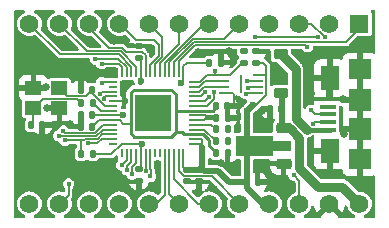
<source format=gbr>
%TF.GenerationSoftware,KiCad,Pcbnew,8.0.7*%
%TF.CreationDate,2025-01-16T05:51:54+01:00*%
%TF.ProjectId,RP2040Micro,52503230-3430-44d6-9963-726f2e6b6963,rev?*%
%TF.SameCoordinates,Original*%
%TF.FileFunction,Copper,L1,Top*%
%TF.FilePolarity,Positive*%
%FSLAX46Y46*%
G04 Gerber Fmt 4.6, Leading zero omitted, Abs format (unit mm)*
G04 Created by KiCad (PCBNEW 8.0.7) date 2025-01-16 05:51:54*
%MOMM*%
%LPD*%
G01*
G04 APERTURE LIST*
G04 Aperture macros list*
%AMRoundRect*
0 Rectangle with rounded corners*
0 $1 Rounding radius*
0 $2 $3 $4 $5 $6 $7 $8 $9 X,Y pos of 4 corners*
0 Add a 4 corners polygon primitive as box body*
4,1,4,$2,$3,$4,$5,$6,$7,$8,$9,$2,$3,0*
0 Add four circle primitives for the rounded corners*
1,1,$1+$1,$2,$3*
1,1,$1+$1,$4,$5*
1,1,$1+$1,$6,$7*
1,1,$1+$1,$8,$9*
0 Add four rect primitives between the rounded corners*
20,1,$1+$1,$2,$3,$4,$5,0*
20,1,$1+$1,$4,$5,$6,$7,0*
20,1,$1+$1,$6,$7,$8,$9,0*
20,1,$1+$1,$8,$9,$2,$3,0*%
%AMFreePoly0*
4,1,9,3.862500,-0.866500,0.737500,-0.866500,0.737500,-0.450000,-0.737500,-0.450000,-0.737500,0.450000,0.737500,0.450000,0.737500,0.866500,3.862500,0.866500,3.862500,-0.866500,3.862500,-0.866500,$1*%
G04 Aperture macros list end*
%TA.AperFunction,SMDPad,CuDef*%
%ADD10RoundRect,0.140000X-0.170000X0.140000X-0.170000X-0.140000X0.170000X-0.140000X0.170000X0.140000X0*%
%TD*%
%TA.AperFunction,SMDPad,CuDef*%
%ADD11RoundRect,0.135000X0.135000X0.185000X-0.135000X0.185000X-0.135000X-0.185000X0.135000X-0.185000X0*%
%TD*%
%TA.AperFunction,SMDPad,CuDef*%
%ADD12RoundRect,0.140000X0.140000X0.170000X-0.140000X0.170000X-0.140000X-0.170000X0.140000X-0.170000X0*%
%TD*%
%TA.AperFunction,SMDPad,CuDef*%
%ADD13RoundRect,0.225000X0.375000X-0.225000X0.375000X0.225000X-0.375000X0.225000X-0.375000X-0.225000X0*%
%TD*%
%TA.AperFunction,SMDPad,CuDef*%
%ADD14RoundRect,0.140000X-0.140000X-0.170000X0.140000X-0.170000X0.140000X0.170000X-0.140000X0.170000X0*%
%TD*%
%TA.AperFunction,SMDPad,CuDef*%
%ADD15R,1.400000X1.200000*%
%TD*%
%TA.AperFunction,SMDPad,CuDef*%
%ADD16RoundRect,0.140000X0.170000X-0.140000X0.170000X0.140000X-0.170000X0.140000X-0.170000X-0.140000X0*%
%TD*%
%TA.AperFunction,SMDPad,CuDef*%
%ADD17RoundRect,0.225000X0.425000X0.225000X-0.425000X0.225000X-0.425000X-0.225000X0.425000X-0.225000X0*%
%TD*%
%TA.AperFunction,SMDPad,CuDef*%
%ADD18FreePoly0,180.000000*%
%TD*%
%TA.AperFunction,SMDPad,CuDef*%
%ADD19RoundRect,0.050000X-0.050000X0.330000X-0.050000X-0.330000X0.050000X-0.330000X0.050000X0.330000X0*%
%TD*%
%TA.AperFunction,SMDPad,CuDef*%
%ADD20RoundRect,0.050000X0.330000X0.050000X-0.330000X0.050000X-0.330000X-0.050000X0.330000X-0.050000X0*%
%TD*%
%TA.AperFunction,SMDPad,CuDef*%
%ADD21R,1.550000X1.550000*%
%TD*%
%TA.AperFunction,ComponentPad*%
%ADD22R,1.574800X1.574800*%
%TD*%
%TA.AperFunction,ComponentPad*%
%ADD23C,1.574800*%
%TD*%
%TA.AperFunction,SMDPad,CuDef*%
%ADD24R,1.350000X0.400000*%
%TD*%
%TA.AperFunction,SMDPad,CuDef*%
%ADD25R,1.600000X2.100000*%
%TD*%
%TA.AperFunction,SMDPad,CuDef*%
%ADD26R,1.900000X1.800000*%
%TD*%
%TA.AperFunction,SMDPad,CuDef*%
%ADD27R,1.900000X1.900000*%
%TD*%
%TA.AperFunction,SMDPad,CuDef*%
%ADD28RoundRect,0.062500X-0.387500X-0.062500X0.387500X-0.062500X0.387500X0.062500X-0.387500X0.062500X0*%
%TD*%
%TA.AperFunction,HeatsinkPad*%
%ADD29R,0.200000X1.600000*%
%TD*%
%TA.AperFunction,SMDPad,CuDef*%
%ADD30RoundRect,0.135000X0.185000X-0.135000X0.185000X0.135000X-0.185000X0.135000X-0.185000X-0.135000X0*%
%TD*%
%TA.AperFunction,ViaPad*%
%ADD31C,0.650000*%
%TD*%
%TA.AperFunction,ViaPad*%
%ADD32C,0.600000*%
%TD*%
%TA.AperFunction,ViaPad*%
%ADD33C,0.450000*%
%TD*%
%TA.AperFunction,Conductor*%
%ADD34C,0.150000*%
%TD*%
%TA.AperFunction,Conductor*%
%ADD35C,0.500000*%
%TD*%
%TA.AperFunction,Conductor*%
%ADD36C,0.200000*%
%TD*%
%TA.AperFunction,Conductor*%
%ADD37C,0.800000*%
%TD*%
%TA.AperFunction,Conductor*%
%ADD38C,0.250000*%
%TD*%
%TA.AperFunction,Conductor*%
%ADD39C,0.400000*%
%TD*%
G04 APERTURE END LIST*
D10*
%TO.P,C11,1*%
%TO.N,3.3V*%
X115950000Y-95320000D03*
%TO.P,C11,2*%
%TO.N,GND*%
X115950000Y-96280000D03*
%TD*%
D11*
%TO.P,R2,1*%
%TO.N,/RP2040/XOUT_R*%
X112060000Y-89675000D03*
%TO.P,R2,2*%
%TO.N,/RP2040/XOUT*%
X111040000Y-89675000D03*
%TD*%
D12*
%TO.P,C12,1*%
%TO.N,3.3V*%
X112005000Y-90700000D03*
%TO.P,C12,2*%
%TO.N,GND*%
X111045000Y-90700000D03*
%TD*%
D11*
%TO.P,R4,1*%
%TO.N,/RP2040/USB_D-*%
X123495000Y-92950000D03*
%TO.P,R4,2*%
%TO.N,/RP2040/USB_D_R-*%
X122475000Y-92950000D03*
%TD*%
D13*
%TO.P,D1,1,K*%
%TO.N,VIN*%
X127970000Y-88870000D03*
%TO.P,D1,2,A*%
%TO.N,+5V*%
X127970000Y-85570000D03*
%TD*%
D14*
%TO.P,C14,1*%
%TO.N,3.3V*%
X121930000Y-86280000D03*
%TO.P,C14,2*%
%TO.N,GND*%
X122890000Y-86280000D03*
%TD*%
D10*
%TO.P,C9,1*%
%TO.N,3.3V*%
X120025000Y-95370000D03*
%TO.P,C9,2*%
%TO.N,GND*%
X120025000Y-96330000D03*
%TD*%
D14*
%TO.P,C6,1*%
%TO.N,+1V1*%
X122515000Y-89975000D03*
%TO.P,C6,2*%
%TO.N,GND*%
X123475000Y-89975000D03*
%TD*%
D15*
%TO.P,Y1,1,1*%
%TO.N,/RP2040/XOUT*%
X107050000Y-90125000D03*
%TO.P,Y1,2,2*%
%TO.N,GND*%
X109250000Y-90125000D03*
%TO.P,Y1,3,3*%
%TO.N,/RP2040/XIN*%
X109250000Y-88425000D03*
%TO.P,Y1,4,4*%
%TO.N,GND*%
X107050000Y-88425000D03*
%TD*%
D10*
%TO.P,C10,1*%
%TO.N,3.3V*%
X121070000Y-95376000D03*
%TO.P,C10,2*%
%TO.N,GND*%
X121070000Y-96336000D03*
%TD*%
D16*
%TO.P,C13,1*%
%TO.N,3.3V*%
X115975000Y-85855000D03*
%TO.P,C13,2*%
%TO.N,GND*%
X115975000Y-84895000D03*
%TD*%
D17*
%TO.P,U2,1,GND*%
%TO.N,GND*%
X128220000Y-94830000D03*
D18*
%TO.P,U2,2,VO*%
%TO.N,3.3V*%
X128132500Y-93330000D03*
D17*
%TO.P,U2,3,VI*%
%TO.N,VIN*%
X128220000Y-91830000D03*
%TD*%
D14*
%TO.P,C2,1*%
%TO.N,3.3V*%
X125060000Y-96420000D03*
%TO.P,C2,2*%
%TO.N,GND*%
X126020000Y-96420000D03*
%TD*%
D19*
%TO.P,U1,1,IOVDD*%
%TO.N,3.3V*%
X119744800Y-87166000D03*
%TO.P,U1,2,GPIO0*%
%TO.N,D0*%
X119344800Y-87166000D03*
%TO.P,U1,3,GPIO1*%
%TO.N,D1*%
X118944800Y-87166000D03*
%TO.P,U1,4,GPIO2*%
%TO.N,D2*%
X118544800Y-87166000D03*
%TO.P,U1,5,GPIO3*%
%TO.N,D3*%
X118144800Y-87166000D03*
%TO.P,U1,6,GPIO4*%
%TO.N,D4*%
X117744800Y-87166000D03*
%TO.P,U1,7,GPIO5*%
%TO.N,D5*%
X117344800Y-87166000D03*
%TO.P,U1,8,GPIO6*%
%TO.N,D6*%
X116944800Y-87166000D03*
%TO.P,U1,9,GPIO7*%
%TO.N,D7*%
X116544800Y-87166000D03*
%TO.P,U1,10,IOVDD*%
%TO.N,3.3V*%
X116144800Y-87166000D03*
%TO.P,U1,11,GPIO8*%
%TO.N,D8*%
X115744800Y-87166000D03*
%TO.P,U1,12,GPIO9*%
%TO.N,D9*%
X115344800Y-87166000D03*
%TO.P,U1,13,GPIO10*%
%TO.N,D10*%
X114944800Y-87166000D03*
%TO.P,U1,14,GPIO11*%
%TO.N,D11*%
X114544800Y-87166000D03*
D20*
%TO.P,U1,15,GPIO12*%
%TO.N,D12*%
X113759800Y-87951000D03*
%TO.P,U1,16,GPIO13*%
%TO.N,D13*%
X113759800Y-88351000D03*
%TO.P,U1,17,GPIO14*%
%TO.N,D14*%
X113759800Y-88751000D03*
%TO.P,U1,18,GPIO15*%
%TO.N,D15*%
X113759800Y-89151000D03*
%TO.P,U1,19,TESTEN*%
%TO.N,GND*%
X113759800Y-89551000D03*
%TO.P,U1,20,XIN*%
%TO.N,/RP2040/XIN*%
X113759800Y-89951000D03*
%TO.P,U1,21,XOUT*%
%TO.N,/RP2040/XOUT_R*%
X113759800Y-90351000D03*
%TO.P,U1,22,IOVDD*%
%TO.N,3.3V*%
X113759800Y-90751000D03*
%TO.P,U1,23,DVDD*%
%TO.N,+1V1*%
X113759800Y-91151000D03*
%TO.P,U1,24,SWCLK*%
%TO.N,/RP2040/SWD*%
X113759800Y-91551000D03*
%TO.P,U1,25,SWD*%
%TO.N,/RP2040/SWCLK*%
X113759800Y-91951000D03*
%TO.P,U1,26,RUN*%
%TO.N,/RP2040/~{RST}*%
X113759800Y-92351000D03*
%TO.P,U1,27,GPIO16*%
%TO.N,D16*%
X113759800Y-92751000D03*
%TO.P,U1,28,GPIO17*%
%TO.N,/RP2040/GPIO17*%
X113759800Y-93151000D03*
D19*
%TO.P,U1,29,GPIO18*%
%TO.N,/RP2040/GPIO18*%
X114544800Y-93936000D03*
%TO.P,U1,30,GPIO19*%
%TO.N,D19*%
X114944800Y-93936000D03*
%TO.P,U1,31,GPIO20*%
%TO.N,D20*%
X115344800Y-93936000D03*
%TO.P,U1,32,GPIO21*%
%TO.N,D21*%
X115744800Y-93936000D03*
%TO.P,U1,33,IOVDD*%
%TO.N,3.3V*%
X116144800Y-93936000D03*
%TO.P,U1,34,GPIO22*%
%TO.N,D22*%
X116544800Y-93936000D03*
%TO.P,U1,35,GPIO23*%
%TO.N,D23*%
X116944800Y-93936000D03*
%TO.P,U1,36,GPIO24*%
%TO.N,/RP2040/GPIO24*%
X117344800Y-93936000D03*
%TO.P,U1,37,GPIO25*%
%TO.N,/RP2040/GPIO25*%
X117744800Y-93936000D03*
%TO.P,U1,38,GPIO26_ADC0*%
%TO.N,A0*%
X118144800Y-93936000D03*
%TO.P,U1,39,GPIO27_ADC1*%
%TO.N,A1*%
X118544800Y-93936000D03*
%TO.P,U1,40,GPIO28_ADC2*%
%TO.N,A2*%
X118944800Y-93936000D03*
%TO.P,U1,41,GPIO29_ADC3*%
%TO.N,A3*%
X119344800Y-93936000D03*
%TO.P,U1,42,IOVDD*%
%TO.N,3.3V*%
X119744800Y-93936000D03*
D20*
%TO.P,U1,43,ADC_AVDD*%
X120529800Y-93151000D03*
%TO.P,U1,44,VREG_IN*%
X120529800Y-92751000D03*
%TO.P,U1,45,VREG_VOUT*%
%TO.N,+1V1*%
X120529800Y-92351000D03*
%TO.P,U1,46,USB_DM*%
%TO.N,/RP2040/USB_D_R-*%
X120529800Y-91951000D03*
%TO.P,U1,47,USB_DP*%
%TO.N,/RP2040/USB_D_R+*%
X120529800Y-91551000D03*
%TO.P,U1,48,USB_VDD*%
%TO.N,3.3V*%
X120529800Y-91151000D03*
%TO.P,U1,49,IOVDD*%
X120529800Y-90751000D03*
%TO.P,U1,50,DVDD*%
%TO.N,+1V1*%
X120529800Y-90351000D03*
%TO.P,U1,51,QSPI_SD3*%
%TO.N,/RP2040/QSPI_SD3*%
X120529800Y-89951000D03*
%TO.P,U1,52,QSPI_SCLK*%
%TO.N,/RP2040/QSPI_SCLK*%
X120529800Y-89551000D03*
%TO.P,U1,53,QSPI_SD0*%
%TO.N,/RP2040/QSPI_SD0*%
X120529800Y-89151000D03*
%TO.P,U1,54,QSPI_SD2*%
%TO.N,/RP2040/QSPI_SD2*%
X120529800Y-88751000D03*
%TO.P,U1,55,QSPI_SD1*%
%TO.N,/RP2040/QSPI_SD1*%
X120529800Y-88351000D03*
%TO.P,U1,56,QSPI_SS*%
%TO.N,/RP2040/QSPI_SS*%
X120529800Y-87951000D03*
D21*
%TO.P,U1,57,GND*%
%TO.N,GND*%
X117919800Y-91326000D03*
X117919800Y-89776000D03*
X116369800Y-91326000D03*
X116369800Y-89776000D03*
%TD*%
D14*
%TO.P,C5,1*%
%TO.N,/RP2040/XOUT*%
X106845000Y-91600000D03*
%TO.P,C5,2*%
%TO.N,GND*%
X107805000Y-91600000D03*
%TD*%
%TO.P,C8,1*%
%TO.N,+1V1*%
X122520000Y-93950000D03*
%TO.P,C8,2*%
%TO.N,GND*%
X123480000Y-93950000D03*
%TD*%
D12*
%TO.P,C4,1*%
%TO.N,/RP2040/XIN*%
X112005000Y-88600000D03*
%TO.P,C4,2*%
%TO.N,GND*%
X111045000Y-88600000D03*
%TD*%
D22*
%TO.P,U5,1,1/TX*%
%TO.N,D1*%
X134650000Y-83000000D03*
D23*
%TO.P,U5,2,0/RX*%
%TO.N,D0*%
X132110000Y-83000000D03*
%TO.P,U5,3,GND*%
%TO.N,Net-(JP1-C)*%
X129570000Y-83000000D03*
%TO.P,U5,4,GND*%
%TO.N,Net-(JP2-C)*%
X127030000Y-83000000D03*
%TO.P,U5,5,2/SDA*%
%TO.N,D2*%
X124490000Y-83000000D03*
%TO.P,U5,6,3(PWM)/SCL*%
%TO.N,D3*%
X121950000Y-83000000D03*
%TO.P,U5,7,4/A6*%
%TO.N,D4*%
X119410000Y-83000000D03*
%TO.P,U5,8,5(PWM)*%
%TO.N,D5*%
X116870000Y-83000000D03*
%TO.P,U5,9,6(PWM)/A7*%
%TO.N,D6*%
X114330000Y-83000000D03*
%TO.P,U5,10,7*%
%TO.N,D7*%
X111790000Y-83000000D03*
%TO.P,U5,11,8/A8*%
%TO.N,D8*%
X109250000Y-83000000D03*
%TO.P,U5,12,9(PWM)/A9*%
%TO.N,D9*%
X106710000Y-83000000D03*
%TO.P,U5,13,10(PWM)/A10*%
%TO.N,D10*%
X106710000Y-98240000D03*
%TO.P,U5,14,16*%
%TO.N,D16*%
X109250000Y-98240000D03*
%TO.P,U5,15,14*%
%TO.N,D14*%
X111790000Y-98240000D03*
%TO.P,U5,16,15*%
%TO.N,D15*%
X114330000Y-98240000D03*
%TO.P,U5,17,18/A0*%
%TO.N,A0*%
X116870000Y-98240000D03*
%TO.P,U5,18,19/A1*%
%TO.N,A1*%
X119410000Y-98240000D03*
%TO.P,U5,19,20/A2*%
%TO.N,A2*%
X121950000Y-98240000D03*
%TO.P,U5,20,21/A3*%
%TO.N,A3*%
X124490000Y-98240000D03*
%TO.P,U5,21,+5V*%
%TO.N,3.3V*%
X127030000Y-98240000D03*
%TO.P,U5,22,RESET*%
%TO.N,BOOT_SEL*%
X129570000Y-98240000D03*
%TO.P,U5,23,GND*%
%TO.N,GND*%
X132110000Y-98240000D03*
%TO.P,U5,24,VIN*%
%TO.N,VIN*%
X134650000Y-98240000D03*
%TD*%
D24*
%TO.P,J1,1,VUSB*%
%TO.N,+5V*%
X132000000Y-91970000D03*
%TO.P,J1,2,D-*%
%TO.N,/RP2040/USB_D-*%
X132000000Y-91320000D03*
%TO.P,J1,3,D+*%
%TO.N,/RP2040/USB_D+*%
X132000000Y-90670000D03*
%TO.P,J1,4,ID*%
%TO.N,unconnected-(J1-ID-Pad4)*%
X132000000Y-90020000D03*
%TO.P,J1,5,GND*%
%TO.N,GND*%
X132000000Y-89370000D03*
D25*
%TO.P,J1,SH1,SHIELD*%
X132125000Y-93770000D03*
%TO.P,J1,SH2,SHIELD__1*%
X132125000Y-87570000D03*
D26*
%TO.P,J1,SH3,SHIELD__2*%
X134675000Y-94470000D03*
D27*
%TO.P,J1,SH4,SHIELD__3*%
X134675000Y-91870000D03*
%TO.P,J1,SH5,SHIELD__4*%
X134675000Y-89470000D03*
D26*
%TO.P,J1,SH6,SHIELD__5*%
X134675000Y-86870000D03*
%TD*%
D11*
%TO.P,R6,1*%
%TO.N,3.3V*%
X112075000Y-94050000D03*
%TO.P,R6,2*%
%TO.N,/RP2040/~{RST}*%
X111055000Y-94050000D03*
%TD*%
D12*
%TO.P,C1,1*%
%TO.N,VIN*%
X128040000Y-90240000D03*
%TO.P,C1,2*%
%TO.N,GND*%
X127080000Y-90240000D03*
%TD*%
D11*
%TO.P,R3,1*%
%TO.N,/RP2040/USB_D+*%
X123495000Y-91950000D03*
%TO.P,R3,2*%
%TO.N,/RP2040/USB_D_R+*%
X122475000Y-91950000D03*
%TD*%
D28*
%TO.P,U4,1,~{CS}*%
%TO.N,/RP2040/QSPI_SS*%
X123200000Y-87350000D03*
%TO.P,U4,2,DO(IO1)*%
%TO.N,/RP2040/QSPI_SD1*%
X123200000Y-87850000D03*
%TO.P,U4,3,IO2*%
%TO.N,/RP2040/QSPI_SD2*%
X123200000Y-88350000D03*
%TO.P,U4,4,GND*%
%TO.N,GND*%
X123200000Y-88850000D03*
%TO.P,U4,5,DI(IO0)*%
%TO.N,/RP2040/QSPI_SD0*%
X126050000Y-88850000D03*
%TO.P,U4,6,CLK*%
%TO.N,/RP2040/QSPI_SCLK*%
X126050000Y-88350000D03*
%TO.P,U4,7,IO3*%
%TO.N,/RP2040/QSPI_SD3*%
X126050000Y-87850000D03*
%TO.P,U4,8,VCC*%
%TO.N,3.3V*%
X126050000Y-87350000D03*
D29*
%TO.P,U4,9*%
%TO.N,N/C*%
X124625000Y-88100000D03*
%TD*%
D14*
%TO.P,C15,1*%
%TO.N,3.3V*%
X122520000Y-90950000D03*
%TO.P,C15,2*%
%TO.N,GND*%
X123480000Y-90950000D03*
%TD*%
D30*
%TO.P,R1,1*%
%TO.N,/RP2040/QSPI_SS*%
X124870000Y-86350000D03*
%TO.P,R1,2*%
%TO.N,BOOT_SEL*%
X124870000Y-85330000D03*
%TD*%
D12*
%TO.P,C7,1*%
%TO.N,+1V1*%
X112030000Y-91700000D03*
%TO.P,C7,2*%
%TO.N,GND*%
X111070000Y-91700000D03*
%TD*%
D16*
%TO.P,C3,1*%
%TO.N,3.3V*%
X125900000Y-86280000D03*
%TO.P,C3,2*%
%TO.N,GND*%
X125900000Y-85320000D03*
%TD*%
D31*
%TO.N,GND*%
X133310000Y-92360000D03*
X117919800Y-89776000D03*
X130550000Y-93625000D03*
X110740000Y-95640000D03*
D32*
X115625000Y-97425000D03*
D31*
X107000000Y-86725000D03*
X123575000Y-85300000D03*
X130375000Y-89350000D03*
X109500000Y-86825000D03*
X117144800Y-90551000D03*
X116950000Y-85250000D03*
X112040000Y-84590000D03*
X113868554Y-84431446D03*
X117919800Y-91326000D03*
D32*
X117500000Y-96900000D03*
D31*
X116369800Y-89776000D03*
X108425000Y-94700000D03*
X122900000Y-94760000D03*
D32*
X114775000Y-88200000D03*
D31*
X111625000Y-86775000D03*
X132275000Y-95725000D03*
X126075000Y-91075000D03*
X126360000Y-90390000D03*
X106800000Y-93020000D03*
X127300000Y-96725000D03*
D32*
X113850000Y-95575000D03*
D31*
X127850000Y-87575000D03*
X113875000Y-87200000D03*
X108175002Y-90106908D03*
X109900000Y-93900000D03*
D32*
X114775000Y-89500000D03*
D31*
X133290000Y-89330000D03*
X122375000Y-97025000D03*
X106820000Y-95640000D03*
D32*
X113475000Y-94850000D03*
D31*
X130350000Y-87500000D03*
X109640000Y-84660000D03*
X120960000Y-97230000D03*
X121000000Y-85400000D03*
X134675000Y-84850000D03*
X110175000Y-91525000D03*
X134850000Y-96600000D03*
X116369800Y-91326000D03*
X108110002Y-88388816D03*
X124630000Y-89770000D03*
X106720000Y-85010000D03*
X128650000Y-96700000D03*
D33*
%TO.N,/RP2040/USB_D-*%
X130685914Y-91445000D03*
D32*
X123495000Y-92950000D03*
%TO.N,/RP2040/USB_D+*%
X123495000Y-91950000D03*
D33*
X130555000Y-90320000D03*
%TO.N,/RP2040/SWD*%
X109575000Y-92075000D03*
%TO.N,/RP2040/SWCLK*%
X109175000Y-92475000D03*
%TO.N,/RP2040/~{RST}*%
X109704657Y-92875000D03*
%TO.N,/RP2040/QSPI_SS*%
X122400000Y-86975000D03*
%TO.N,D0*%
X130240000Y-84950000D03*
%TO.N,D10*%
X112300000Y-86000000D03*
%TO.N,/RP2040/QSPI_SD3*%
X125100000Y-87850000D03*
X122300000Y-88800000D03*
%TO.N,/RP2040/QSPI_SCLK*%
X121900000Y-89232189D03*
X125225000Y-88400000D03*
%TO.N,/RP2040/QSPI_SD0*%
X121582843Y-88782843D03*
X125048666Y-88929424D03*
%TO.N,D12*%
X112825000Y-87975000D03*
%TO.N,D11*%
X112819124Y-86375000D03*
X131134315Y-84150001D03*
X125820000Y-84150000D03*
%TO.N,D15*%
X113056417Y-89343583D03*
%TO.N,D14*%
X112675000Y-88925000D03*
%TO.N,D19*%
X114525000Y-94975000D03*
%TO.N,BOOT_SEL*%
X124870000Y-85330000D03*
X129110336Y-95825000D03*
%TO.N,D20*%
X114975000Y-95355381D03*
%TO.N,D21*%
X115409801Y-95742931D03*
%TO.N,D22*%
X116585000Y-95475000D03*
%TO.N,D23*%
X116950000Y-95925000D03*
D32*
%TO.N,3.3V*%
X116144800Y-87880092D03*
X116205000Y-93167200D03*
X114640268Y-90742268D03*
X125614913Y-89895087D03*
X119546232Y-87978768D03*
X121350000Y-93550000D03*
X125110000Y-91250000D03*
X125110000Y-90400000D03*
X122520000Y-90950000D03*
D33*
%TO.N,Net-(JP1-C)*%
X131700000Y-84150000D03*
%TO.N,D16*%
X110025000Y-96550000D03*
X111625000Y-93125000D03*
%TD*%
D34*
%TO.N,/RP2040/XIN*%
X109925000Y-89100000D02*
X109250000Y-88425000D01*
X113759800Y-89951000D02*
X113098148Y-89951000D01*
X112005000Y-88600000D02*
X111505000Y-89100000D01*
X112005000Y-88857852D02*
X112005000Y-88600000D01*
X113098148Y-89951000D02*
X112005000Y-88857852D01*
X111505000Y-89100000D02*
X109925000Y-89100000D01*
D35*
%TO.N,GND*%
X108091910Y-88406908D02*
X107068092Y-88406908D01*
D34*
X123875000Y-88850000D02*
X124000000Y-88975000D01*
D36*
X115920800Y-91775000D02*
X116369800Y-91326000D01*
X114724000Y-89551000D02*
X113759800Y-89551000D01*
X114775000Y-89500000D02*
X114724000Y-89551000D01*
D34*
X124000000Y-89850000D02*
X123875000Y-89975000D01*
D35*
X109235002Y-90106908D02*
X108161004Y-90106908D01*
D34*
X123200000Y-88850000D02*
X123875000Y-88850000D01*
D37*
X132070000Y-98290000D02*
X132070000Y-98220000D01*
D34*
X124000000Y-88975000D02*
X124000000Y-89850000D01*
X123875000Y-89975000D02*
X123475000Y-89975000D01*
%TO.N,/RP2040/XOUT*%
X106845000Y-91600000D02*
X107030000Y-91415000D01*
X107825000Y-89350000D02*
X107050000Y-90125000D01*
X110715000Y-89350000D02*
X107825000Y-89350000D01*
X107030000Y-91415000D02*
X107030000Y-89755000D01*
X111040000Y-89675000D02*
X110715000Y-89350000D01*
D38*
%TO.N,+1V1*%
X118695800Y-92550000D02*
X115575000Y-92550000D01*
X115575000Y-92550000D02*
X115300000Y-92275000D01*
D36*
X115300000Y-91475000D02*
X114665893Y-91475000D01*
D38*
X119076000Y-90351000D02*
X120529800Y-90351000D01*
X122249000Y-90351000D02*
X122600000Y-90000000D01*
X119095800Y-92150000D02*
X119075000Y-92129200D01*
X119625000Y-92150000D02*
X119095800Y-92150000D01*
X119075000Y-90350000D02*
X119076000Y-90351000D01*
D36*
X114341893Y-91151000D02*
X113759800Y-91151000D01*
D38*
X119075000Y-88931200D02*
X119075000Y-90350000D01*
X115300000Y-92275000D02*
X115300000Y-88800000D01*
X119825000Y-92350000D02*
X119625000Y-92150000D01*
X120479778Y-92350000D02*
X119825000Y-92350000D01*
X115300000Y-88800000D02*
X115525000Y-88575000D01*
D36*
X114665893Y-91475000D02*
X114341893Y-91151000D01*
D38*
X121360620Y-92351000D02*
X121875000Y-92865380D01*
X115525000Y-88575000D02*
X118718800Y-88575000D01*
X119075000Y-92129200D02*
X119075000Y-90350000D01*
X120529800Y-90351000D02*
X122249000Y-90351000D01*
D36*
X113759800Y-91151000D02*
X112579000Y-91151000D01*
D38*
X121875000Y-92865380D02*
X121875000Y-93305000D01*
X120529800Y-92351000D02*
X121360620Y-92351000D01*
X119095800Y-92150000D02*
X118695800Y-92550000D01*
X118718800Y-88575000D02*
X119075000Y-88931200D01*
D36*
X112579000Y-91151000D02*
X112030000Y-91700000D01*
D38*
X121875000Y-93305000D02*
X122520000Y-93950000D01*
D36*
%TO.N,/RP2040/USB_D-*%
X130810914Y-91320000D02*
X132160000Y-91320000D01*
D39*
X123495000Y-92950000D02*
X123495000Y-93025000D01*
D36*
X130685914Y-91445000D02*
X130810914Y-91320000D01*
%TO.N,/RP2040/USB_D+*%
X130555000Y-90320000D02*
X130905000Y-90670000D01*
D39*
X123495000Y-91950000D02*
X123495000Y-92000000D01*
D36*
X130905000Y-90670000D02*
X132425000Y-90670000D01*
D34*
%TO.N,/RP2040/SWD*%
X109725000Y-92225000D02*
X112275000Y-92225000D01*
X112275000Y-92225000D02*
X112949000Y-91551000D01*
X112949000Y-91551000D02*
X113759800Y-91551000D01*
X109575000Y-92075000D02*
X109725000Y-92225000D01*
%TO.N,/RP2040/SWCLK*%
X112378554Y-92475000D02*
X112902554Y-91951000D01*
X109175000Y-92475000D02*
X112378554Y-92475000D01*
X112902554Y-91951000D02*
X113759800Y-91951000D01*
%TO.N,/RP2040/~{RST}*%
X112482108Y-92725000D02*
X112856108Y-92351000D01*
X111309314Y-92875000D02*
X111459314Y-92725000D01*
X109704657Y-92875000D02*
X111025000Y-92875000D01*
X111025000Y-92875000D02*
X111055000Y-92905000D01*
X112856108Y-92351000D02*
X113759800Y-92351000D01*
X111459314Y-92725000D02*
X112482108Y-92725000D01*
X111055000Y-92905000D02*
X111055000Y-94050000D01*
X109704657Y-92875000D02*
X111309314Y-92875000D01*
%TO.N,/RP2040/QSPI_SS*%
X123220000Y-87330000D02*
X123200000Y-87350000D01*
X121120446Y-87951000D02*
X121721446Y-87350000D01*
X124870000Y-86350000D02*
X124700000Y-86350000D01*
X120530800Y-87950000D02*
X120529800Y-87951000D01*
X123720000Y-87330000D02*
X123220000Y-87330000D01*
X124880000Y-86240000D02*
X124840000Y-86280000D01*
X122400000Y-87350000D02*
X121830000Y-87350000D01*
X121721446Y-87350000D02*
X122275000Y-87350000D01*
X120529800Y-87951000D02*
X121120446Y-87951000D01*
X122400000Y-86975000D02*
X122400000Y-87350000D01*
X124700000Y-86350000D02*
X123720000Y-87330000D01*
X122275000Y-87350000D02*
X123200000Y-87350000D01*
%TO.N,/RP2040/XOUT_R*%
X113759800Y-90351000D02*
X112736000Y-90351000D01*
X112736000Y-90351000D02*
X112060000Y-89675000D01*
D36*
%TO.N,/RP2040/USB_D_R+*%
X120529800Y-91551000D02*
X122076000Y-91551000D01*
X122076000Y-91551000D02*
X122475000Y-91950000D01*
%TO.N,/RP2040/USB_D_R-*%
X120529800Y-91951000D02*
X121476000Y-91951000D01*
X122475000Y-92950000D02*
X122475000Y-93025000D01*
X121476000Y-91951000D02*
X122475000Y-92950000D01*
D34*
%TO.N,D9*%
X109300000Y-85590000D02*
X106710000Y-83000000D01*
X114280000Y-85590000D02*
X109300000Y-85590000D01*
X115344800Y-87166000D02*
X115344800Y-86654800D01*
X115344800Y-86654800D02*
X114280000Y-85590000D01*
%TO.N,D4*%
X117744800Y-87166000D02*
X117744800Y-86355220D01*
X117744800Y-86355220D02*
X119410000Y-84690020D01*
X119410000Y-84690020D02*
X119410000Y-83000000D01*
%TO.N,D3*%
X118144800Y-87166000D02*
X118144800Y-86315200D01*
X121460000Y-83000000D02*
X121950000Y-83000000D01*
X118144800Y-86315200D02*
X121460000Y-83000000D01*
%TO.N,D1*%
X133540686Y-84550000D02*
X134650000Y-83440686D01*
X118944800Y-87166000D02*
X118944800Y-86222308D01*
X120617108Y-84550000D02*
X133540686Y-84550000D01*
X118944800Y-86222308D02*
X120617108Y-84550000D01*
X134650000Y-83440686D02*
X134650000Y-83000000D01*
%TO.N,D7*%
X114875000Y-85350000D02*
X114575000Y-85050000D01*
X111790000Y-83362500D02*
X111790000Y-83000000D01*
X116275000Y-85350000D02*
X114875000Y-85350000D01*
X116544800Y-85619800D02*
X116275000Y-85350000D01*
X113477500Y-85050000D02*
X111790000Y-83362500D01*
X116544800Y-87166000D02*
X116544800Y-85619800D01*
X114575000Y-85050000D02*
X113477500Y-85050000D01*
%TO.N,D0*%
X130090000Y-84800000D02*
X120720662Y-84800000D01*
X119344800Y-86175862D02*
X119344800Y-87166000D01*
X120720662Y-84800000D02*
X119344800Y-86175862D01*
X130240000Y-84950000D02*
X130090000Y-84800000D01*
%TO.N,D2*%
X118544800Y-87166000D02*
X118544800Y-86268754D01*
X123190000Y-84300000D02*
X124490000Y-83000000D01*
X120513554Y-84300000D02*
X123190000Y-84300000D01*
X118544800Y-86268754D02*
X120513554Y-84300000D01*
%TO.N,D10*%
X114225000Y-85975000D02*
X114944800Y-86694800D01*
X114944800Y-86694800D02*
X114944800Y-87166000D01*
X112300000Y-86000000D02*
X112325000Y-85975000D01*
X112325000Y-85975000D02*
X114225000Y-85975000D01*
%TO.N,D8*%
X115744800Y-86654800D02*
X114430000Y-85340000D01*
X115744800Y-87166000D02*
X115744800Y-86654800D01*
X114430000Y-85340000D02*
X111590000Y-85340000D01*
X111590000Y-85340000D02*
X109250000Y-83000000D01*
%TO.N,D5*%
X117344800Y-86401666D02*
X117950000Y-85796466D01*
X117344800Y-87166000D02*
X117344800Y-86401666D01*
X117950000Y-85796466D02*
X117950000Y-84080000D01*
X117950000Y-84080000D02*
X116870000Y-83000000D01*
%TO.N,D6*%
X114350000Y-83000000D02*
X114330000Y-83000000D01*
X115760000Y-84410000D02*
X114350000Y-83000000D01*
X117700000Y-84817893D02*
X117292107Y-84410000D01*
X117292107Y-84410000D02*
X115760000Y-84410000D01*
X116944800Y-86448112D02*
X117700000Y-85692912D01*
X116944800Y-87166000D02*
X116944800Y-86448112D01*
X117700000Y-85692912D02*
X117700000Y-84817893D01*
%TO.N,/RP2040/QSPI_SD3*%
X122300000Y-89400000D02*
X121749000Y-89951000D01*
X121749000Y-89951000D02*
X120529800Y-89951000D01*
X122300000Y-88800000D02*
X122300000Y-89400000D01*
X125100000Y-87850000D02*
X126050000Y-87850000D01*
%TO.N,/RP2040/QSPI_SCLK*%
X126050000Y-88350000D02*
X125275000Y-88350000D01*
X125275000Y-88350000D02*
X125225000Y-88400000D01*
X121581189Y-89551000D02*
X120529800Y-89551000D01*
X121900000Y-89232189D02*
X121581189Y-89551000D01*
%TO.N,/RP2040/QSPI_SD0*%
X120529800Y-89151000D02*
X121214686Y-89151000D01*
X126050000Y-88850000D02*
X125128090Y-88850000D01*
X125128090Y-88850000D02*
X125048666Y-88929424D01*
X121214686Y-89151000D02*
X121582843Y-88782843D01*
%TO.N,/RP2040/QSPI_SD2*%
X121049000Y-88751000D02*
X121450000Y-88350000D01*
X121450000Y-88350000D02*
X123200000Y-88350000D01*
X120529800Y-88751000D02*
X121049000Y-88751000D01*
%TO.N,/RP2040/QSPI_SD1*%
X121575000Y-87850000D02*
X123200000Y-87850000D01*
X121074000Y-88351000D02*
X121575000Y-87850000D01*
X120529800Y-88351000D02*
X121074000Y-88351000D01*
%TO.N,A3*%
X119350000Y-95454358D02*
X119350000Y-93941200D01*
X119350000Y-93941200D02*
X119344800Y-93936000D01*
X124490000Y-98240000D02*
X122125000Y-95875000D01*
X122125000Y-95875000D02*
X119770642Y-95875000D01*
X119770642Y-95875000D02*
X119350000Y-95454358D01*
%TO.N,A1*%
X119410000Y-98240000D02*
X118544800Y-97374800D01*
X118544800Y-97374800D02*
X118544800Y-93936000D01*
%TO.N,A2*%
X118944800Y-96179114D02*
X118944800Y-93936000D01*
X121950000Y-98240000D02*
X121005686Y-98240000D01*
X121005686Y-98240000D02*
X118944800Y-96179114D01*
%TO.N,A0*%
X116870000Y-98240000D02*
X117385000Y-98240000D01*
X117385000Y-98240000D02*
X118144800Y-97480200D01*
X118144800Y-97480200D02*
X118144800Y-93936000D01*
%TO.N,D12*%
X113758800Y-87950000D02*
X113759800Y-87951000D01*
X112850000Y-87950000D02*
X113758800Y-87950000D01*
X112825000Y-87975000D02*
X112850000Y-87950000D01*
%TO.N,D11*%
X131134314Y-84150000D02*
X131134315Y-84150001D01*
X125820000Y-84150000D02*
X131134314Y-84150000D01*
X112819124Y-86375000D02*
X114265000Y-86375000D01*
X114265000Y-86375000D02*
X114544800Y-86654800D01*
X114544800Y-86654800D02*
X114544800Y-87166000D01*
%TO.N,D15*%
X113056417Y-89195583D02*
X113101000Y-89151000D01*
X113101000Y-89151000D02*
X113759800Y-89151000D01*
X113056417Y-89343583D02*
X113056417Y-89195583D01*
%TO.N,D14*%
X112849000Y-88751000D02*
X113759800Y-88751000D01*
X112675000Y-88925000D02*
X112849000Y-88751000D01*
%TO.N,D19*%
X114525000Y-94975000D02*
X114944800Y-94555200D01*
X114944800Y-94555200D02*
X114944800Y-93936000D01*
%TO.N,BOOT_SEL*%
X129570000Y-96284664D02*
X129570000Y-98240000D01*
X129110336Y-95825000D02*
X129570000Y-96284664D01*
%TO.N,D20*%
X115344800Y-94705200D02*
X115344800Y-93936000D01*
X114975000Y-95075000D02*
X115344800Y-94705200D01*
X114975000Y-95355381D02*
X114975000Y-95075000D01*
%TO.N,D21*%
X115409801Y-95742931D02*
X115409801Y-95100841D01*
X115409801Y-95100841D02*
X115744800Y-94765842D01*
X115744800Y-94765842D02*
X115744800Y-93936000D01*
%TO.N,D22*%
X116544800Y-95434800D02*
X116544800Y-93936000D01*
X116585000Y-95475000D02*
X116544800Y-95434800D01*
%TO.N,D23*%
X116985000Y-95890000D02*
X116985000Y-95309314D01*
X116985000Y-95309314D02*
X116944800Y-95269114D01*
X116944800Y-95269114D02*
X116944800Y-93936000D01*
X116950000Y-95925000D02*
X116985000Y-95890000D01*
D36*
%TO.N,3.3V*%
X116144800Y-85859800D02*
X116140000Y-85855000D01*
X119744800Y-86555200D02*
X120020000Y-86280000D01*
D35*
X121076000Y-95370000D02*
X120025000Y-95370000D01*
X125614913Y-89895087D02*
X125110000Y-90400000D01*
X125110000Y-96900000D02*
X126450000Y-98240000D01*
D36*
X120020000Y-86280000D02*
X121930000Y-86280000D01*
X126700000Y-87350000D02*
X126750000Y-87300000D01*
X119744800Y-87780200D02*
X119744800Y-86555200D01*
D34*
X113625000Y-94050000D02*
X114507800Y-93167200D01*
D39*
X116144800Y-87880092D02*
X116064692Y-87960200D01*
D36*
X116144800Y-93936000D02*
X116144800Y-93151200D01*
D34*
X116144800Y-95125200D02*
X115950000Y-95320000D01*
D36*
X113759800Y-90751000D02*
X112056000Y-90751000D01*
X126450000Y-86280000D02*
X125900000Y-86280000D01*
D35*
X121350000Y-95320000D02*
X121470000Y-95440000D01*
D34*
X114507800Y-93167200D02*
X116205000Y-93167200D01*
D36*
X126750000Y-86580000D02*
X126450000Y-86280000D01*
X121725000Y-90925000D02*
X121499000Y-91151000D01*
X126750000Y-87300000D02*
X126750000Y-86580000D01*
D35*
X121470000Y-95440000D02*
X122650000Y-95440000D01*
D36*
X121350000Y-93550000D02*
X121350000Y-92800000D01*
X119990000Y-95370000D02*
X120015000Y-95345000D01*
X116144800Y-93936000D02*
X116144800Y-95125200D01*
X126750000Y-89000000D02*
X126750000Y-87400000D01*
D35*
X121350000Y-93550000D02*
X121350000Y-95096000D01*
D36*
X121725000Y-90925000D02*
X121551000Y-90751000D01*
D34*
X114640268Y-90742268D02*
X114649000Y-90751000D01*
D36*
X119744800Y-87780200D02*
X119744800Y-87166000D01*
X121499000Y-91151000D02*
X120529800Y-91151000D01*
X116144800Y-87166000D02*
X116144800Y-85859800D01*
X125854913Y-89895087D02*
X126750000Y-89000000D01*
X119744800Y-95089800D02*
X120025000Y-95370000D01*
X126750000Y-87400000D02*
X126700000Y-87350000D01*
X119744800Y-93936000D02*
X119744800Y-95089800D01*
X120529800Y-93151000D02*
X121350000Y-93151000D01*
X116144800Y-87166000D02*
X116144800Y-87880092D01*
D35*
X125110000Y-90400000D02*
X125110000Y-96320000D01*
X126450000Y-98240000D02*
X127030000Y-98240000D01*
D34*
X112056000Y-90751000D02*
X112005000Y-90700000D01*
D35*
X125060000Y-96370000D02*
X125110000Y-96320000D01*
D36*
X113759800Y-90751000D02*
X114649000Y-90751000D01*
X121551000Y-90751000D02*
X120529800Y-90751000D01*
D39*
X121725000Y-90925000D02*
X122425000Y-90925000D01*
D34*
X126050000Y-87350000D02*
X126700000Y-87350000D01*
D35*
X121350000Y-95096000D02*
X121076000Y-95370000D01*
D36*
X119546232Y-87978768D02*
X119744800Y-87780200D01*
D35*
X122650000Y-95440000D02*
X123580000Y-96370000D01*
D36*
X125614913Y-89895087D02*
X125854913Y-89895087D01*
X121350000Y-92800000D02*
X121301000Y-92751000D01*
D34*
X112075000Y-94050000D02*
X113625000Y-94050000D01*
D36*
X121301000Y-92751000D02*
X120529800Y-92751000D01*
D35*
X125110000Y-96320000D02*
X125110000Y-96900000D01*
D39*
X122425000Y-90925000D02*
X122525000Y-91025000D01*
D35*
X123580000Y-96370000D02*
X125060000Y-96370000D01*
X121350000Y-93550000D02*
X121350000Y-95320000D01*
D34*
%TO.N,Net-(JP1-C)*%
X131700000Y-84150000D02*
X130550000Y-83000000D01*
X130550000Y-83000000D02*
X129570000Y-83000000D01*
%TO.N,D16*%
X112435662Y-93125000D02*
X112809662Y-92751000D01*
X112809662Y-92751000D02*
X113759800Y-92751000D01*
X110025000Y-96550000D02*
X110025000Y-97465000D01*
X110025000Y-97465000D02*
X109250000Y-98240000D01*
X111625000Y-93125000D02*
X112435662Y-93125000D01*
%TO.N,/RP2040/GPIO18*%
X114550000Y-93941200D02*
X114544800Y-93936000D01*
%TO.N,/RP2040/GPIO17*%
X113735800Y-93175000D02*
X113759800Y-93151000D01*
D37*
%TO.N,+5V*%
X130170000Y-91970000D02*
X129240000Y-91040000D01*
D39*
X132160000Y-91970000D02*
X130470000Y-91970000D01*
D37*
X129240000Y-91040000D02*
X129240000Y-86840000D01*
X129240000Y-86840000D02*
X127970000Y-85570000D01*
%TO.N,VIN*%
X129540000Y-92630000D02*
X129540000Y-95220000D01*
D35*
X128220000Y-91830000D02*
X128075000Y-91685000D01*
X128075000Y-88975000D02*
X127970000Y-88870000D01*
D37*
X128740000Y-91830000D02*
X129540000Y-92630000D01*
X133210000Y-96800000D02*
X134650000Y-98240000D01*
X128220000Y-91830000D02*
X128740000Y-91830000D01*
D35*
X128075000Y-91685000D02*
X128075000Y-88975000D01*
D37*
X129540000Y-95220000D02*
X131120000Y-96800000D01*
X131120000Y-96800000D02*
X133210000Y-96800000D01*
%TD*%
%TA.AperFunction,Conductor*%
%TO.N,GND*%
G36*
X106268229Y-81850185D02*
G01*
X106313984Y-81902989D01*
X106323928Y-81972147D01*
X106294903Y-82035703D01*
X106259643Y-82063858D01*
X106130589Y-82132838D01*
X106130582Y-82132842D01*
X105972542Y-82262542D01*
X105842842Y-82420582D01*
X105842838Y-82420589D01*
X105746466Y-82600889D01*
X105687117Y-82796533D01*
X105667078Y-83000000D01*
X105687117Y-83203466D01*
X105746466Y-83399110D01*
X105842838Y-83579410D01*
X105842842Y-83579417D01*
X105972542Y-83737457D01*
X106130582Y-83867157D01*
X106130589Y-83867161D01*
X106299177Y-83957273D01*
X106310891Y-83963534D01*
X106506536Y-84022883D01*
X106710000Y-84042922D01*
X106913464Y-84022883D01*
X107048763Y-83981840D01*
X107114938Y-83961766D01*
X107115538Y-83963745D01*
X107175633Y-83957281D01*
X107238114Y-83988552D01*
X107241303Y-83991630D01*
X109100138Y-85850465D01*
X109174361Y-85893318D01*
X109257147Y-85915500D01*
X111700014Y-85915500D01*
X111767053Y-85935185D01*
X111812808Y-85987989D01*
X111822752Y-86021853D01*
X111839068Y-86135337D01*
X111839070Y-86135345D01*
X111895867Y-86259714D01*
X111895872Y-86259721D01*
X111985409Y-86363053D01*
X111985413Y-86363057D01*
X112045979Y-86401979D01*
X112100439Y-86436978D01*
X112166036Y-86456239D01*
X112231632Y-86475500D01*
X112231633Y-86475500D01*
X112262591Y-86475500D01*
X112329630Y-86495185D01*
X112375385Y-86547988D01*
X112414993Y-86634716D01*
X112414996Y-86634721D01*
X112504533Y-86738053D01*
X112504537Y-86738057D01*
X112554562Y-86770205D01*
X112619563Y-86811978D01*
X112685160Y-86831239D01*
X112750756Y-86850500D01*
X112750757Y-86850500D01*
X112887491Y-86850500D01*
X113018685Y-86811978D01*
X113133713Y-86738055D01*
X113133715Y-86738053D01*
X113140418Y-86732246D01*
X113142546Y-86734702D01*
X113187945Y-86705524D01*
X113222884Y-86700500D01*
X114070300Y-86700500D01*
X114137339Y-86720185D01*
X114183094Y-86772989D01*
X114194300Y-86824500D01*
X114194300Y-87476500D01*
X114174615Y-87543539D01*
X114121811Y-87589294D01*
X114070300Y-87600500D01*
X113384943Y-87600500D01*
X113384917Y-87600502D01*
X113359812Y-87603413D01*
X113359808Y-87603415D01*
X113335985Y-87613934D01*
X113285899Y-87624500D01*
X113195534Y-87624500D01*
X113128496Y-87604816D01*
X113024561Y-87538022D01*
X113024559Y-87538021D01*
X113024557Y-87538020D01*
X112893368Y-87499500D01*
X112893367Y-87499500D01*
X112756633Y-87499500D01*
X112756632Y-87499500D01*
X112625440Y-87538021D01*
X112510413Y-87611942D01*
X112510409Y-87611946D01*
X112420872Y-87715278D01*
X112420867Y-87715285D01*
X112364070Y-87839654D01*
X112364068Y-87839662D01*
X112349683Y-87939712D01*
X112320658Y-88003268D01*
X112261879Y-88041042D01*
X112207549Y-88044539D01*
X112175735Y-88039500D01*
X112175730Y-88039500D01*
X111834266Y-88039500D01*
X111780413Y-88048030D01*
X111711119Y-88039074D01*
X111673335Y-88013237D01*
X111580383Y-87920285D01*
X111580374Y-87920278D01*
X111441193Y-87837967D01*
X111441190Y-87837965D01*
X111295001Y-87795493D01*
X111295000Y-87795494D01*
X111295000Y-88476000D01*
X111275315Y-88543039D01*
X111222511Y-88588794D01*
X111171000Y-88600000D01*
X110919000Y-88600000D01*
X110851961Y-88580315D01*
X110806206Y-88527511D01*
X110795000Y-88476000D01*
X110795000Y-87795494D01*
X110794998Y-87795493D01*
X110648809Y-87837965D01*
X110648806Y-87837967D01*
X110509625Y-87920278D01*
X110509616Y-87920285D01*
X110412181Y-88017721D01*
X110350858Y-88051206D01*
X110281166Y-88046222D01*
X110225233Y-88004350D01*
X110200816Y-87938886D01*
X110200500Y-87930040D01*
X110200500Y-87800323D01*
X110200499Y-87800321D01*
X110185967Y-87727264D01*
X110185966Y-87727260D01*
X110130601Y-87644399D01*
X110068217Y-87602716D01*
X110047739Y-87589033D01*
X110047735Y-87589032D01*
X109974677Y-87574500D01*
X109974674Y-87574500D01*
X108525326Y-87574500D01*
X108525323Y-87574500D01*
X108452264Y-87589032D01*
X108452257Y-87589035D01*
X108377136Y-87639228D01*
X108310458Y-87660105D01*
X108243078Y-87641619D01*
X108196389Y-87589640D01*
X108194157Y-87584383D01*
X108193350Y-87582906D01*
X108107190Y-87467812D01*
X108107187Y-87467809D01*
X107992093Y-87381649D01*
X107992086Y-87381645D01*
X107857379Y-87331403D01*
X107857372Y-87331401D01*
X107797844Y-87325000D01*
X107300000Y-87325000D01*
X107300000Y-88301000D01*
X107280315Y-88368039D01*
X107227511Y-88413794D01*
X107176000Y-88425000D01*
X107050000Y-88425000D01*
X107050000Y-88551000D01*
X107030315Y-88618039D01*
X106977511Y-88663794D01*
X106926000Y-88675000D01*
X105850000Y-88675000D01*
X105850000Y-89072844D01*
X105856401Y-89132372D01*
X105856403Y-89132379D01*
X105906645Y-89267086D01*
X105906649Y-89267093D01*
X105992808Y-89382186D01*
X106049811Y-89424858D01*
X106091682Y-89480792D01*
X106099500Y-89524125D01*
X106099500Y-90749678D01*
X106114032Y-90822735D01*
X106114033Y-90822739D01*
X106114034Y-90822740D01*
X106169399Y-90905601D01*
X106237345Y-90951000D01*
X106252260Y-90960966D01*
X106252264Y-90960967D01*
X106331300Y-90976689D01*
X106330832Y-90979037D01*
X106385803Y-91001206D01*
X106426187Y-91058223D01*
X106429334Y-91128022D01*
X106396588Y-91186161D01*
X106385143Y-91197605D01*
X106385142Y-91197608D01*
X106385141Y-91197609D01*
X106371185Y-91224999D01*
X106328981Y-91307827D01*
X106328981Y-91307828D01*
X106314500Y-91399264D01*
X106314500Y-91800739D01*
X106328981Y-91892170D01*
X106328981Y-91892171D01*
X106328982Y-91892174D01*
X106328983Y-91892175D01*
X106383850Y-91999858D01*
X106385142Y-92002392D01*
X106385145Y-92002396D01*
X106472603Y-92089854D01*
X106472605Y-92089855D01*
X106472609Y-92089859D01*
X106582825Y-92146017D01*
X106582826Y-92146017D01*
X106582828Y-92146018D01*
X106614532Y-92151039D01*
X106674265Y-92160500D01*
X107015734Y-92160499D01*
X107015737Y-92160499D01*
X107047543Y-92155461D01*
X107069586Y-92151970D01*
X107138879Y-92160924D01*
X107176666Y-92186762D01*
X107269620Y-92279717D01*
X107269625Y-92279721D01*
X107408804Y-92362031D01*
X107555000Y-92404504D01*
X107555000Y-92404503D01*
X108055000Y-92404503D01*
X108201195Y-92362031D01*
X108340374Y-92279721D01*
X108340383Y-92279714D01*
X108454714Y-92165383D01*
X108454721Y-92165374D01*
X108537031Y-92026195D01*
X108537033Y-92026190D01*
X108582144Y-91870918D01*
X108582145Y-91870912D01*
X108583790Y-91850000D01*
X108055000Y-91850000D01*
X108055000Y-92404503D01*
X107555000Y-92404503D01*
X107555000Y-91724000D01*
X107574685Y-91656961D01*
X107627489Y-91611206D01*
X107679000Y-91600000D01*
X107805000Y-91600000D01*
X107805000Y-91474000D01*
X107824685Y-91406961D01*
X107877489Y-91361206D01*
X107929000Y-91350000D01*
X108583790Y-91350000D01*
X108587049Y-91346474D01*
X108598843Y-91290347D01*
X108647896Y-91240592D01*
X108708094Y-91225000D01*
X109000000Y-91225000D01*
X109000000Y-90249000D01*
X109019685Y-90181961D01*
X109072489Y-90136206D01*
X109124000Y-90125000D01*
X109376000Y-90125000D01*
X109443039Y-90144685D01*
X109488794Y-90197489D01*
X109500000Y-90249000D01*
X109500000Y-91225000D01*
X109997828Y-91225000D01*
X109997844Y-91224999D01*
X110057372Y-91218598D01*
X110057380Y-91218596D01*
X110158779Y-91180776D01*
X110228471Y-91175791D01*
X110289794Y-91209275D01*
X110323280Y-91270598D01*
X110321191Y-91331551D01*
X110292854Y-91429087D01*
X110291209Y-91449999D01*
X110291210Y-91450000D01*
X110795000Y-91450000D01*
X110795000Y-90824000D01*
X110814685Y-90756961D01*
X110867489Y-90711206D01*
X110919000Y-90700000D01*
X111183638Y-90700000D01*
X111250677Y-90719685D01*
X111271319Y-90736319D01*
X111283681Y-90748681D01*
X111317166Y-90810004D01*
X111320000Y-90836362D01*
X111320000Y-91576000D01*
X111300315Y-91643039D01*
X111247511Y-91688794D01*
X111196000Y-91700000D01*
X111070000Y-91700000D01*
X111070000Y-91775500D01*
X111050315Y-91842539D01*
X110997511Y-91888294D01*
X110946000Y-91899500D01*
X110097280Y-91899500D01*
X110030241Y-91879815D01*
X109984486Y-91827011D01*
X109979130Y-91815282D01*
X109971339Y-91806291D01*
X109889590Y-91711946D01*
X109889586Y-91711942D01*
X109786770Y-91645868D01*
X109774561Y-91638022D01*
X109774560Y-91638021D01*
X109774559Y-91638021D01*
X109643368Y-91599500D01*
X109643367Y-91599500D01*
X109506633Y-91599500D01*
X109506632Y-91599500D01*
X109375440Y-91638021D01*
X109260413Y-91711942D01*
X109260409Y-91711946D01*
X109170872Y-91815278D01*
X109170869Y-91815283D01*
X109110385Y-91947725D01*
X109108723Y-91946966D01*
X109076833Y-91996576D01*
X109030575Y-92021832D01*
X108975440Y-92038020D01*
X108860413Y-92111942D01*
X108860409Y-92111946D01*
X108770872Y-92215278D01*
X108770867Y-92215285D01*
X108714070Y-92339654D01*
X108714068Y-92339662D01*
X108694610Y-92475000D01*
X108714068Y-92610337D01*
X108714070Y-92610345D01*
X108770867Y-92734714D01*
X108770872Y-92734721D01*
X108860409Y-92838053D01*
X108860413Y-92838057D01*
X108975439Y-92911978D01*
X109021491Y-92925500D01*
X109106632Y-92950500D01*
X109106633Y-92950500D01*
X109136708Y-92950500D01*
X109203747Y-92970185D01*
X109249502Y-93022989D01*
X109300527Y-93134718D01*
X109300528Y-93134719D01*
X109300529Y-93134721D01*
X109390066Y-93238053D01*
X109390070Y-93238057D01*
X109441313Y-93270988D01*
X109505096Y-93311978D01*
X109537958Y-93321627D01*
X109636289Y-93350500D01*
X109636290Y-93350500D01*
X109773024Y-93350500D01*
X109904218Y-93311978D01*
X110019246Y-93238055D01*
X110019248Y-93238053D01*
X110025951Y-93232246D01*
X110028079Y-93234702D01*
X110073478Y-93205524D01*
X110108417Y-93200500D01*
X110605500Y-93200500D01*
X110672539Y-93220185D01*
X110718294Y-93272989D01*
X110729500Y-93324500D01*
X110729500Y-93458959D01*
X110709815Y-93525998D01*
X110693181Y-93546640D01*
X110601923Y-93637897D01*
X110601921Y-93637900D01*
X110545419Y-93753478D01*
X110545418Y-93753480D01*
X110545418Y-93753482D01*
X110534500Y-93828418D01*
X110534500Y-94271582D01*
X110545418Y-94346518D01*
X110545418Y-94346519D01*
X110545419Y-94346521D01*
X110601921Y-94462099D01*
X110601923Y-94462102D01*
X110692897Y-94553076D01*
X110692900Y-94553078D01*
X110801431Y-94606135D01*
X110808482Y-94609582D01*
X110883418Y-94620500D01*
X110883423Y-94620500D01*
X111226577Y-94620500D01*
X111226582Y-94620500D01*
X111301518Y-94609582D01*
X111359310Y-94581329D01*
X111417099Y-94553078D01*
X111417102Y-94553076D01*
X111477319Y-94492860D01*
X111538642Y-94459375D01*
X111608334Y-94464359D01*
X111652681Y-94492860D01*
X111712897Y-94553076D01*
X111712900Y-94553078D01*
X111821431Y-94606135D01*
X111828482Y-94609582D01*
X111903418Y-94620500D01*
X111903423Y-94620500D01*
X112246577Y-94620500D01*
X112246582Y-94620500D01*
X112321518Y-94609582D01*
X112379310Y-94581329D01*
X112437099Y-94553078D01*
X112437102Y-94553076D01*
X112528075Y-94462103D01*
X112528076Y-94462102D01*
X112536418Y-94445039D01*
X112583546Y-94393457D01*
X112647818Y-94375500D01*
X113667851Y-94375500D01*
X113667853Y-94375500D01*
X113750639Y-94353318D01*
X113824862Y-94310465D01*
X113982623Y-94152702D01*
X114043941Y-94119221D01*
X114113633Y-94124205D01*
X114169567Y-94166076D01*
X114193984Y-94231540D01*
X114194300Y-94240385D01*
X114194300Y-94310855D01*
X114194302Y-94310882D01*
X114197213Y-94335987D01*
X114197215Y-94335991D01*
X114242594Y-94438765D01*
X114242598Y-94438769D01*
X114242958Y-94439295D01*
X114243324Y-94440418D01*
X114247235Y-94449276D01*
X114246339Y-94449671D01*
X114264604Y-94505727D01*
X114246899Y-94573316D01*
X114216135Y-94605003D01*
X114217116Y-94606135D01*
X114210409Y-94611946D01*
X114120872Y-94715278D01*
X114120867Y-94715285D01*
X114064070Y-94839654D01*
X114064068Y-94839662D01*
X114044610Y-94975000D01*
X114064068Y-95110337D01*
X114064070Y-95110345D01*
X114120867Y-95234714D01*
X114120872Y-95234721D01*
X114210409Y-95338053D01*
X114210413Y-95338057D01*
X114325441Y-95411979D01*
X114447413Y-95447793D01*
X114506192Y-95485567D01*
X114525273Y-95515258D01*
X114570869Y-95615097D01*
X114570872Y-95615102D01*
X114660409Y-95718434D01*
X114660413Y-95718438D01*
X114740422Y-95769855D01*
X114771242Y-95789662D01*
X114775441Y-95792360D01*
X114876080Y-95821910D01*
X114934859Y-95859684D01*
X114953940Y-95889375D01*
X115005670Y-96002647D01*
X115005673Y-96002652D01*
X115095210Y-96105984D01*
X115095214Y-96105988D01*
X115132291Y-96129815D01*
X115210240Y-96179909D01*
X115237983Y-96188055D01*
X115341433Y-96218431D01*
X115341434Y-96218431D01*
X115478168Y-96218431D01*
X115609362Y-96179909D01*
X115724390Y-96105986D01*
X115732286Y-96096873D01*
X115791062Y-96059099D01*
X115860932Y-96059097D01*
X115919711Y-96096870D01*
X115948737Y-96160425D01*
X115950000Y-96178075D01*
X115950000Y-96280000D01*
X116076000Y-96280000D01*
X116143039Y-96299685D01*
X116188794Y-96352489D01*
X116200000Y-96404000D01*
X116200000Y-97058789D01*
X116220910Y-97057145D01*
X116376195Y-97012031D01*
X116515374Y-96929721D01*
X116515383Y-96929714D01*
X116629714Y-96815383D01*
X116629721Y-96815374D01*
X116712030Y-96676196D01*
X116757145Y-96520910D01*
X116757145Y-96520907D01*
X116757628Y-96514776D01*
X116782509Y-96449487D01*
X116838738Y-96408014D01*
X116881246Y-96400500D01*
X117018367Y-96400500D01*
X117149561Y-96361978D01*
X117264589Y-96288055D01*
X117354130Y-96184718D01*
X117410931Y-96060342D01*
X117430390Y-95925000D01*
X117410931Y-95789658D01*
X117354130Y-95665282D01*
X117340784Y-95649879D01*
X117311762Y-95586323D01*
X117310500Y-95568680D01*
X117310500Y-95266463D01*
X117310500Y-95266461D01*
X117288318Y-95183676D01*
X117286909Y-95181235D01*
X117286181Y-95178519D01*
X117285207Y-95176167D01*
X117285516Y-95176038D01*
X117270300Y-95119242D01*
X117270300Y-94690499D01*
X117289985Y-94623460D01*
X117342789Y-94577705D01*
X117394300Y-94566499D01*
X117439656Y-94566499D01*
X117439664Y-94566499D01*
X117439679Y-94566497D01*
X117439682Y-94566497D01*
X117464787Y-94563586D01*
X117464787Y-94563585D01*
X117464791Y-94563585D01*
X117494713Y-94550372D01*
X117563990Y-94541301D01*
X117594886Y-94550373D01*
X117624807Y-94563584D01*
X117624809Y-94563585D01*
X117649935Y-94566500D01*
X117695299Y-94566499D01*
X117762337Y-94586182D01*
X117808093Y-94638985D01*
X117819300Y-94690499D01*
X117819300Y-97294010D01*
X117799615Y-97361049D01*
X117782981Y-97381691D01*
X117716955Y-97447717D01*
X117655632Y-97481202D01*
X117585940Y-97476218D01*
X117550609Y-97455889D01*
X117449417Y-97372842D01*
X117449410Y-97372838D01*
X117269110Y-97276466D01*
X117073466Y-97217117D01*
X116870000Y-97197078D01*
X116666533Y-97217117D01*
X116470889Y-97276466D01*
X116290589Y-97372838D01*
X116290582Y-97372842D01*
X116132542Y-97502542D01*
X116002842Y-97660582D01*
X116002838Y-97660589D01*
X115906466Y-97840889D01*
X115847117Y-98036533D01*
X115827078Y-98240000D01*
X115847117Y-98443466D01*
X115906466Y-98639110D01*
X116002838Y-98819410D01*
X116002842Y-98819417D01*
X116132542Y-98977457D01*
X116290582Y-99107157D01*
X116290589Y-99107161D01*
X116457060Y-99196142D01*
X116506904Y-99245104D01*
X116522365Y-99313242D01*
X116498533Y-99378921D01*
X116442976Y-99421290D01*
X116398607Y-99429500D01*
X114801393Y-99429500D01*
X114734354Y-99409815D01*
X114688599Y-99357011D01*
X114678655Y-99287853D01*
X114707680Y-99224297D01*
X114742940Y-99196142D01*
X114909410Y-99107161D01*
X114909416Y-99107158D01*
X115067457Y-98977457D01*
X115197158Y-98819416D01*
X115293534Y-98639109D01*
X115352883Y-98443464D01*
X115372922Y-98240000D01*
X115352883Y-98036536D01*
X115293534Y-97840891D01*
X115257274Y-97773053D01*
X115197161Y-97660589D01*
X115197157Y-97660582D01*
X115067457Y-97502542D01*
X114909417Y-97372842D01*
X114909410Y-97372838D01*
X114729110Y-97276466D01*
X114533466Y-97217117D01*
X114330000Y-97197078D01*
X114126533Y-97217117D01*
X113930889Y-97276466D01*
X113750589Y-97372838D01*
X113750582Y-97372842D01*
X113592542Y-97502542D01*
X113462842Y-97660582D01*
X113462838Y-97660589D01*
X113366466Y-97840889D01*
X113307117Y-98036533D01*
X113287078Y-98240000D01*
X113307117Y-98443466D01*
X113366466Y-98639110D01*
X113462838Y-98819410D01*
X113462842Y-98819417D01*
X113592542Y-98977457D01*
X113750582Y-99107157D01*
X113750589Y-99107161D01*
X113917060Y-99196142D01*
X113966904Y-99245104D01*
X113982365Y-99313242D01*
X113958533Y-99378921D01*
X113902976Y-99421290D01*
X113858607Y-99429500D01*
X112261393Y-99429500D01*
X112194354Y-99409815D01*
X112148599Y-99357011D01*
X112138655Y-99287853D01*
X112167680Y-99224297D01*
X112202940Y-99196142D01*
X112369410Y-99107161D01*
X112369416Y-99107158D01*
X112527457Y-98977457D01*
X112657158Y-98819416D01*
X112753534Y-98639109D01*
X112812883Y-98443464D01*
X112832922Y-98240000D01*
X112812883Y-98036536D01*
X112753534Y-97840891D01*
X112717274Y-97773053D01*
X112657161Y-97660589D01*
X112657157Y-97660582D01*
X112527457Y-97502542D01*
X112369417Y-97372842D01*
X112369410Y-97372838D01*
X112189110Y-97276466D01*
X111993466Y-97217117D01*
X111790000Y-97197078D01*
X111586533Y-97217117D01*
X111390889Y-97276466D01*
X111210589Y-97372838D01*
X111210582Y-97372842D01*
X111052542Y-97502542D01*
X110922842Y-97660582D01*
X110922838Y-97660589D01*
X110826466Y-97840889D01*
X110767117Y-98036533D01*
X110747078Y-98240000D01*
X110767117Y-98443466D01*
X110826466Y-98639110D01*
X110922838Y-98819410D01*
X110922842Y-98819417D01*
X111052542Y-98977457D01*
X111210582Y-99107157D01*
X111210589Y-99107161D01*
X111377060Y-99196142D01*
X111426904Y-99245104D01*
X111442365Y-99313242D01*
X111418533Y-99378921D01*
X111362976Y-99421290D01*
X111318607Y-99429500D01*
X109721393Y-99429500D01*
X109654354Y-99409815D01*
X109608599Y-99357011D01*
X109598655Y-99287853D01*
X109627680Y-99224297D01*
X109662940Y-99196142D01*
X109829410Y-99107161D01*
X109829416Y-99107158D01*
X109987457Y-98977457D01*
X110117158Y-98819416D01*
X110213534Y-98639109D01*
X110272883Y-98443464D01*
X110292922Y-98240000D01*
X110272883Y-98036536D01*
X110235804Y-97914303D01*
X110211766Y-97835062D01*
X110213741Y-97834462D01*
X110207284Y-97774350D01*
X110238563Y-97711873D01*
X110241604Y-97708722D01*
X110285465Y-97664862D01*
X110328318Y-97590638D01*
X110336662Y-97559497D01*
X110350501Y-97507852D01*
X110350501Y-97422147D01*
X110350501Y-97414552D01*
X110350500Y-97414534D01*
X110350500Y-96946711D01*
X110370185Y-96879672D01*
X110380782Y-96865514D01*
X110429130Y-96809718D01*
X110485931Y-96685342D01*
X110505390Y-96550000D01*
X110502514Y-96530000D01*
X115145496Y-96530000D01*
X115187968Y-96676195D01*
X115270278Y-96815374D01*
X115270285Y-96815383D01*
X115384616Y-96929714D01*
X115384625Y-96929721D01*
X115523804Y-97012031D01*
X115679089Y-97057145D01*
X115700000Y-97058789D01*
X115700000Y-96530000D01*
X115145496Y-96530000D01*
X110502514Y-96530000D01*
X110485931Y-96414658D01*
X110444757Y-96324500D01*
X110429132Y-96290285D01*
X110429127Y-96290278D01*
X110339590Y-96186946D01*
X110339586Y-96186942D01*
X110224559Y-96113021D01*
X110093368Y-96074500D01*
X110093367Y-96074500D01*
X109956633Y-96074500D01*
X109956632Y-96074500D01*
X109825440Y-96113021D01*
X109710413Y-96186942D01*
X109710409Y-96186946D01*
X109620872Y-96290278D01*
X109620867Y-96290285D01*
X109564070Y-96414654D01*
X109564068Y-96414662D01*
X109544610Y-96550000D01*
X109564068Y-96685337D01*
X109564070Y-96685345D01*
X109620867Y-96809714D01*
X109620869Y-96809716D01*
X109620870Y-96809718D01*
X109669213Y-96865509D01*
X109698238Y-96929063D01*
X109699500Y-96946711D01*
X109699500Y-97124556D01*
X109679815Y-97191595D01*
X109627011Y-97237350D01*
X109557853Y-97247294D01*
X109539505Y-97243217D01*
X109453462Y-97217116D01*
X109250000Y-97197078D01*
X109046533Y-97217117D01*
X108850889Y-97276466D01*
X108670589Y-97372838D01*
X108670582Y-97372842D01*
X108512542Y-97502542D01*
X108382842Y-97660582D01*
X108382838Y-97660589D01*
X108286466Y-97840889D01*
X108227117Y-98036533D01*
X108207078Y-98240000D01*
X108227117Y-98443466D01*
X108286466Y-98639110D01*
X108382838Y-98819410D01*
X108382842Y-98819417D01*
X108512542Y-98977457D01*
X108670582Y-99107157D01*
X108670589Y-99107161D01*
X108837060Y-99196142D01*
X108886904Y-99245104D01*
X108902365Y-99313242D01*
X108878533Y-99378921D01*
X108822976Y-99421290D01*
X108778607Y-99429500D01*
X107181393Y-99429500D01*
X107114354Y-99409815D01*
X107068599Y-99357011D01*
X107058655Y-99287853D01*
X107087680Y-99224297D01*
X107122940Y-99196142D01*
X107289410Y-99107161D01*
X107289416Y-99107158D01*
X107447457Y-98977457D01*
X107577158Y-98819416D01*
X107673534Y-98639109D01*
X107732883Y-98443464D01*
X107752922Y-98240000D01*
X107732883Y-98036536D01*
X107673534Y-97840891D01*
X107637274Y-97773053D01*
X107577161Y-97660589D01*
X107577157Y-97660582D01*
X107447457Y-97502542D01*
X107289417Y-97372842D01*
X107289410Y-97372838D01*
X107109110Y-97276466D01*
X106913466Y-97217117D01*
X106710000Y-97197078D01*
X106506533Y-97217117D01*
X106310889Y-97276466D01*
X106130589Y-97372838D01*
X106130582Y-97372842D01*
X105972542Y-97502542D01*
X105842842Y-97660582D01*
X105842838Y-97660589D01*
X105746466Y-97840889D01*
X105687117Y-98036533D01*
X105667078Y-98240000D01*
X105687117Y-98443466D01*
X105746466Y-98639110D01*
X105842838Y-98819410D01*
X105842842Y-98819417D01*
X105972542Y-98977457D01*
X106130582Y-99107157D01*
X106130589Y-99107161D01*
X106297060Y-99196142D01*
X106346904Y-99245104D01*
X106362365Y-99313242D01*
X106338533Y-99378921D01*
X106282976Y-99421290D01*
X106238607Y-99429500D01*
X105524500Y-99429500D01*
X105457461Y-99409815D01*
X105411706Y-99357011D01*
X105400500Y-99305500D01*
X105400500Y-87777155D01*
X105850000Y-87777155D01*
X105850000Y-88175000D01*
X106800000Y-88175000D01*
X106800000Y-87325000D01*
X106302155Y-87325000D01*
X106242627Y-87331401D01*
X106242620Y-87331403D01*
X106107913Y-87381645D01*
X106107906Y-87381649D01*
X105992812Y-87467809D01*
X105992809Y-87467812D01*
X105906649Y-87582906D01*
X105906645Y-87582913D01*
X105856403Y-87717620D01*
X105856401Y-87717627D01*
X105850000Y-87777155D01*
X105400500Y-87777155D01*
X105400500Y-81954500D01*
X105420185Y-81887461D01*
X105472989Y-81841706D01*
X105524500Y-81830500D01*
X106201190Y-81830500D01*
X106268229Y-81850185D01*
G37*
%TD.AperFunction*%
%TA.AperFunction,Conductor*%
G36*
X122005850Y-96220185D02*
G01*
X122026492Y-96236819D01*
X123498368Y-97708695D01*
X123531853Y-97770018D01*
X123527223Y-97834755D01*
X123528234Y-97835062D01*
X123526882Y-97839515D01*
X123526869Y-97839710D01*
X123526672Y-97840210D01*
X123467117Y-98036533D01*
X123447078Y-98240000D01*
X123467117Y-98443466D01*
X123526466Y-98639110D01*
X123622838Y-98819410D01*
X123622842Y-98819417D01*
X123752542Y-98977457D01*
X123910582Y-99107157D01*
X123910589Y-99107161D01*
X124077060Y-99196142D01*
X124126904Y-99245104D01*
X124142365Y-99313242D01*
X124118533Y-99378921D01*
X124062976Y-99421290D01*
X124018607Y-99429500D01*
X122421393Y-99429500D01*
X122354354Y-99409815D01*
X122308599Y-99357011D01*
X122298655Y-99287853D01*
X122327680Y-99224297D01*
X122362940Y-99196142D01*
X122529410Y-99107161D01*
X122529416Y-99107158D01*
X122687457Y-98977457D01*
X122817158Y-98819416D01*
X122913534Y-98639109D01*
X122972883Y-98443464D01*
X122992922Y-98240000D01*
X122972883Y-98036536D01*
X122913534Y-97840891D01*
X122877274Y-97773053D01*
X122817161Y-97660589D01*
X122817157Y-97660582D01*
X122687457Y-97502542D01*
X122529417Y-97372842D01*
X122529410Y-97372838D01*
X122349110Y-97276466D01*
X122153466Y-97217117D01*
X121950000Y-97197078D01*
X121746537Y-97217116D01*
X121700964Y-97230941D01*
X121631097Y-97231564D01*
X121571984Y-97194315D01*
X121542393Y-97131021D01*
X121551720Y-97061777D01*
X121597002Y-97008567D01*
X121601849Y-97005547D01*
X121635377Y-96985718D01*
X121635383Y-96985714D01*
X121749714Y-96871383D01*
X121749721Y-96871374D01*
X121832031Y-96732195D01*
X121874504Y-96586000D01*
X121320000Y-96586000D01*
X121320000Y-97114789D01*
X121340903Y-97113145D01*
X121343923Y-97112594D01*
X121345631Y-97112773D01*
X121347232Y-97112648D01*
X121347255Y-97112944D01*
X121413409Y-97119907D01*
X121467911Y-97163625D01*
X121490125Y-97229870D01*
X121472998Y-97297608D01*
X121424669Y-97343931D01*
X121370589Y-97372837D01*
X121370582Y-97372842D01*
X121212542Y-97502542D01*
X121081176Y-97662613D01*
X121023430Y-97701947D01*
X120953586Y-97703818D01*
X120897642Y-97671629D01*
X120481879Y-97255866D01*
X120448394Y-97194543D01*
X120453378Y-97124851D01*
X120495250Y-97068918D01*
X120560714Y-97044501D01*
X120628987Y-97059353D01*
X120632681Y-97061453D01*
X120643804Y-97068031D01*
X120799089Y-97113145D01*
X120820000Y-97114789D01*
X120820000Y-96586000D01*
X120187362Y-96586000D01*
X120166928Y-96580000D01*
X120149000Y-96580000D01*
X120081961Y-96560315D01*
X120036206Y-96507511D01*
X120025000Y-96456000D01*
X120025000Y-96324500D01*
X120044685Y-96257461D01*
X120097489Y-96211706D01*
X120149000Y-96200500D01*
X121938811Y-96200500D01*
X122005850Y-96220185D01*
G37*
%TD.AperFunction*%
%TA.AperFunction,Conductor*%
G36*
X127013039Y-94471685D02*
G01*
X127058794Y-94524489D01*
X127070000Y-94576000D01*
X127070000Y-94580000D01*
X128096000Y-94580000D01*
X128163039Y-94599685D01*
X128208794Y-94652489D01*
X128220000Y-94704000D01*
X128220000Y-94830000D01*
X128346000Y-94830000D01*
X128413039Y-94849685D01*
X128458794Y-94902489D01*
X128470000Y-94954000D01*
X128470000Y-95779999D01*
X128516029Y-95779999D01*
X128583068Y-95799684D01*
X128628823Y-95852488D01*
X128638767Y-95886352D01*
X128649404Y-95960337D01*
X128649406Y-95960345D01*
X128706203Y-96084714D01*
X128706208Y-96084721D01*
X128795745Y-96188053D01*
X128795749Y-96188057D01*
X128845743Y-96220185D01*
X128910775Y-96261978D01*
X128972152Y-96280000D01*
X129041968Y-96300500D01*
X129041969Y-96300500D01*
X129074147Y-96300500D01*
X129141186Y-96320185D01*
X129161828Y-96336819D01*
X129208181Y-96383172D01*
X129241666Y-96444495D01*
X129244500Y-96470853D01*
X129244500Y-97163121D01*
X129224815Y-97230160D01*
X129175764Y-97272662D01*
X129176263Y-97273594D01*
X129172156Y-97275789D01*
X129172011Y-97275915D01*
X129171522Y-97276127D01*
X128990589Y-97372838D01*
X128990582Y-97372842D01*
X128832542Y-97502542D01*
X128702842Y-97660582D01*
X128702838Y-97660589D01*
X128606466Y-97840889D01*
X128547117Y-98036533D01*
X128527078Y-98240000D01*
X128547117Y-98443466D01*
X128606466Y-98639110D01*
X128702838Y-98819410D01*
X128702842Y-98819417D01*
X128832542Y-98977457D01*
X128990582Y-99107157D01*
X128990589Y-99107161D01*
X129157060Y-99196142D01*
X129206904Y-99245104D01*
X129222365Y-99313242D01*
X129198533Y-99378921D01*
X129142976Y-99421290D01*
X129098607Y-99429500D01*
X127501393Y-99429500D01*
X127434354Y-99409815D01*
X127388599Y-99357011D01*
X127378655Y-99287853D01*
X127407680Y-99224297D01*
X127442940Y-99196142D01*
X127609410Y-99107161D01*
X127609416Y-99107158D01*
X127767457Y-98977457D01*
X127897158Y-98819416D01*
X127993534Y-98639109D01*
X128052883Y-98443464D01*
X128072922Y-98240000D01*
X128052883Y-98036536D01*
X127993534Y-97840891D01*
X127957274Y-97773053D01*
X127897161Y-97660589D01*
X127897157Y-97660582D01*
X127767457Y-97502542D01*
X127609417Y-97372842D01*
X127609410Y-97372838D01*
X127429110Y-97276466D01*
X127233466Y-97217117D01*
X127030000Y-97197078D01*
X126826537Y-97217116D01*
X126742509Y-97242606D01*
X126672642Y-97243229D01*
X126613529Y-97205980D01*
X126583938Y-97142686D01*
X126593265Y-97073442D01*
X126618834Y-97036263D01*
X126669714Y-96985383D01*
X126669721Y-96985374D01*
X126752031Y-96846195D01*
X126752033Y-96846190D01*
X126797144Y-96690918D01*
X126797145Y-96690912D01*
X126798790Y-96670000D01*
X126144000Y-96670000D01*
X126076961Y-96650315D01*
X126031206Y-96597511D01*
X126020000Y-96546000D01*
X126020000Y-96420000D01*
X125894000Y-96420000D01*
X125826961Y-96400315D01*
X125781206Y-96347511D01*
X125770000Y-96296000D01*
X125770000Y-95615494D01*
X126270000Y-95615494D01*
X126270000Y-96170000D01*
X126798790Y-96170000D01*
X126797145Y-96149089D01*
X126752031Y-95993804D01*
X126669721Y-95854625D01*
X126669714Y-95854616D01*
X126555383Y-95740285D01*
X126555374Y-95740278D01*
X126416193Y-95657967D01*
X126416190Y-95657965D01*
X126270001Y-95615493D01*
X126270000Y-95615494D01*
X125770000Y-95615494D01*
X125769998Y-95615493D01*
X125769095Y-95615756D01*
X125699226Y-95615557D01*
X125640556Y-95577615D01*
X125611712Y-95513976D01*
X125610500Y-95496680D01*
X125610500Y-95103322D01*
X127070001Y-95103322D01*
X127080144Y-95202607D01*
X127133452Y-95363481D01*
X127133457Y-95363492D01*
X127222424Y-95507728D01*
X127222427Y-95507732D01*
X127342267Y-95627572D01*
X127342271Y-95627575D01*
X127486507Y-95716542D01*
X127486518Y-95716547D01*
X127647393Y-95769855D01*
X127746683Y-95779999D01*
X127969999Y-95779999D01*
X127970000Y-95779998D01*
X127970000Y-95080000D01*
X127070001Y-95080000D01*
X127070001Y-95103322D01*
X125610500Y-95103322D01*
X125610500Y-94576000D01*
X125630185Y-94508961D01*
X125682989Y-94463206D01*
X125734500Y-94452000D01*
X126946000Y-94452000D01*
X127013039Y-94471685D01*
G37*
%TD.AperFunction*%
%TA.AperFunction,Conductor*%
G36*
X131683958Y-98416473D02*
G01*
X131744149Y-98520727D01*
X131829273Y-98605851D01*
X131933527Y-98666042D01*
X132015536Y-98688016D01*
X131388054Y-99315497D01*
X131378469Y-99363193D01*
X131329854Y-99413376D01*
X131268708Y-99429500D01*
X130041393Y-99429500D01*
X129974354Y-99409815D01*
X129928599Y-99357011D01*
X129918655Y-99287853D01*
X129947680Y-99224297D01*
X129982940Y-99196142D01*
X130149410Y-99107161D01*
X130149416Y-99107158D01*
X130307457Y-98977457D01*
X130437158Y-98819416D01*
X130533534Y-98639109D01*
X130586529Y-98464411D01*
X130594652Y-98437634D01*
X130597113Y-98438380D01*
X130624262Y-98386406D01*
X130684957Y-98351795D01*
X130754729Y-98355494D01*
X130811425Y-98396327D01*
X130836172Y-98459115D01*
X130836376Y-98459080D01*
X130836552Y-98460079D01*
X130837045Y-98461330D01*
X130837072Y-98461640D01*
X130837313Y-98464396D01*
X130837316Y-98464414D01*
X130895615Y-98681991D01*
X130895618Y-98682000D01*
X130990819Y-98886157D01*
X130990820Y-98886159D01*
X131040020Y-98956424D01*
X131040020Y-98956425D01*
X131661983Y-98334462D01*
X131683958Y-98416473D01*
G37*
%TD.AperFunction*%
%TA.AperFunction,Conductor*%
G36*
X133179978Y-98956425D02*
G01*
X133229181Y-98886156D01*
X133324380Y-98682000D01*
X133324384Y-98681991D01*
X133382683Y-98464414D01*
X133382683Y-98464411D01*
X133382925Y-98461655D01*
X133383371Y-98460514D01*
X133383624Y-98459080D01*
X133383912Y-98459130D01*
X133408374Y-98396585D01*
X133464963Y-98355603D01*
X133534724Y-98351721D01*
X133595510Y-98386171D01*
X133622947Y-98438362D01*
X133625348Y-98437634D01*
X133686466Y-98639110D01*
X133782838Y-98819410D01*
X133782842Y-98819417D01*
X133912542Y-98977457D01*
X134070582Y-99107157D01*
X134070589Y-99107161D01*
X134237060Y-99196142D01*
X134286904Y-99245104D01*
X134302365Y-99313242D01*
X134278533Y-99378921D01*
X134222976Y-99421290D01*
X134178607Y-99429500D01*
X132951291Y-99429500D01*
X132884252Y-99409815D01*
X132838497Y-99357011D01*
X132831222Y-99314775D01*
X132204463Y-98688016D01*
X132286473Y-98666042D01*
X132390727Y-98605851D01*
X132475851Y-98520727D01*
X132536042Y-98416473D01*
X132558016Y-98334463D01*
X133179978Y-98956425D01*
G37*
%TD.AperFunction*%
%TA.AperFunction,Conductor*%
G36*
X135942539Y-81850185D02*
G01*
X135988294Y-81902989D01*
X135999500Y-81954500D01*
X135999500Y-85397439D01*
X135979815Y-85464478D01*
X135927011Y-85510233D01*
X135857853Y-85520177D01*
X135832167Y-85513621D01*
X135732380Y-85476403D01*
X135732372Y-85476401D01*
X135672844Y-85470000D01*
X134925000Y-85470000D01*
X134925000Y-95870000D01*
X135672828Y-95870000D01*
X135672844Y-95869999D01*
X135732372Y-95863598D01*
X135732376Y-95863597D01*
X135832166Y-95826378D01*
X135901858Y-95821394D01*
X135963181Y-95854879D01*
X135996666Y-95916202D01*
X135999500Y-95942560D01*
X135999500Y-99305500D01*
X135979815Y-99372539D01*
X135927011Y-99418294D01*
X135875500Y-99429500D01*
X135121393Y-99429500D01*
X135054354Y-99409815D01*
X135008599Y-99357011D01*
X134998655Y-99287853D01*
X135027680Y-99224297D01*
X135062940Y-99196142D01*
X135229410Y-99107161D01*
X135229416Y-99107158D01*
X135387457Y-98977457D01*
X135517158Y-98819416D01*
X135613534Y-98639109D01*
X135672883Y-98443464D01*
X135692922Y-98240000D01*
X135672883Y-98036536D01*
X135613534Y-97840891D01*
X135577274Y-97773053D01*
X135517161Y-97660589D01*
X135517157Y-97660582D01*
X135387457Y-97502542D01*
X135229417Y-97372842D01*
X135229410Y-97372838D01*
X135049110Y-97276466D01*
X134853466Y-97217117D01*
X134650000Y-97197078D01*
X134649999Y-97197078D01*
X134596412Y-97202355D01*
X134527766Y-97189335D01*
X134496579Y-97166633D01*
X133624674Y-96294727D01*
X133624673Y-96294726D01*
X133624669Y-96294723D01*
X133518127Y-96223535D01*
X133510039Y-96220185D01*
X133399744Y-96174499D01*
X133399738Y-96174497D01*
X133274071Y-96149500D01*
X133274069Y-96149500D01*
X131440808Y-96149500D01*
X131373769Y-96129815D01*
X131353127Y-96113181D01*
X130226819Y-94986873D01*
X130193334Y-94925550D01*
X130190500Y-94899192D01*
X130190500Y-94867844D01*
X130825000Y-94867844D01*
X130831401Y-94927372D01*
X130831403Y-94927379D01*
X130881645Y-95062086D01*
X130881649Y-95062093D01*
X130967809Y-95177187D01*
X130967812Y-95177190D01*
X131082906Y-95263350D01*
X131082913Y-95263354D01*
X131217620Y-95313596D01*
X131217627Y-95313598D01*
X131277155Y-95319999D01*
X131277172Y-95320000D01*
X131875000Y-95320000D01*
X131875000Y-94020000D01*
X130825000Y-94020000D01*
X130825000Y-94867844D01*
X130190500Y-94867844D01*
X130190500Y-92730930D01*
X130210185Y-92663891D01*
X130262989Y-92618136D01*
X130290309Y-92609313D01*
X130359736Y-92595503D01*
X130359739Y-92595501D01*
X130359744Y-92595501D01*
X130478127Y-92546466D01*
X130584670Y-92475277D01*
X130588956Y-92470991D01*
X130603129Y-92456819D01*
X130664452Y-92423334D01*
X130690810Y-92420500D01*
X130724466Y-92420500D01*
X130791505Y-92440185D01*
X130837260Y-92492989D01*
X130847204Y-92562147D01*
X130840648Y-92587832D01*
X130831403Y-92612617D01*
X130831401Y-92612627D01*
X130825000Y-92672155D01*
X130825000Y-93520000D01*
X132001000Y-93520000D01*
X132068039Y-93539685D01*
X132113794Y-93592489D01*
X132125000Y-93644000D01*
X132125000Y-93770000D01*
X132251000Y-93770000D01*
X132318039Y-93789685D01*
X132363794Y-93842489D01*
X132375000Y-93894000D01*
X132375000Y-95320000D01*
X132972828Y-95320000D01*
X132972844Y-95319999D01*
X133032372Y-95313598D01*
X133032376Y-95313597D01*
X133057666Y-95304165D01*
X133127358Y-95299181D01*
X133188681Y-95332665D01*
X133222166Y-95393989D01*
X133224376Y-95414544D01*
X133224540Y-95414536D01*
X133224644Y-95414525D01*
X133224644Y-95414530D01*
X133224823Y-95414521D01*
X133225000Y-95417844D01*
X133231401Y-95477372D01*
X133231403Y-95477379D01*
X133281645Y-95612086D01*
X133281649Y-95612093D01*
X133367809Y-95727187D01*
X133367812Y-95727190D01*
X133482906Y-95813350D01*
X133482913Y-95813354D01*
X133617620Y-95863596D01*
X133617627Y-95863598D01*
X133677155Y-95869999D01*
X133677172Y-95870000D01*
X134425000Y-95870000D01*
X134425000Y-92120000D01*
X133225000Y-92120000D01*
X133224855Y-92120144D01*
X133205315Y-92186691D01*
X133152511Y-92232446D01*
X133083353Y-92242390D01*
X133057669Y-92235835D01*
X133032379Y-92226403D01*
X133024832Y-92224620D01*
X133025375Y-92222320D01*
X132971673Y-92200063D01*
X132931837Y-92142662D01*
X132925500Y-92103528D01*
X132925500Y-91745323D01*
X132910356Y-91669192D01*
X132910356Y-91620808D01*
X132925500Y-91544676D01*
X132925500Y-91095323D01*
X132910356Y-91019192D01*
X132910356Y-90970808D01*
X132925500Y-90894676D01*
X132925500Y-90445323D01*
X132910356Y-90369192D01*
X132910356Y-90320808D01*
X132925500Y-90244676D01*
X132925500Y-90069125D01*
X132945185Y-90002086D01*
X132975189Y-89969858D01*
X133026689Y-89931305D01*
X133092153Y-89906888D01*
X133160426Y-89921739D01*
X133209832Y-89971144D01*
X133225000Y-90030572D01*
X133225000Y-90467844D01*
X133231401Y-90527372D01*
X133231403Y-90527383D01*
X133268434Y-90626668D01*
X133273418Y-90696360D01*
X133268434Y-90713332D01*
X133231403Y-90812616D01*
X133231401Y-90812627D01*
X133225000Y-90872155D01*
X133225000Y-91620000D01*
X134425000Y-91620000D01*
X134425000Y-89720000D01*
X133219000Y-89720000D01*
X133151961Y-89700315D01*
X133106206Y-89647511D01*
X133095000Y-89596000D01*
X133095000Y-89570000D01*
X132710842Y-89570000D01*
X132700664Y-89569500D01*
X132699674Y-89569500D01*
X131300326Y-89569500D01*
X131299336Y-89569500D01*
X131289158Y-89570000D01*
X130825000Y-89570000D01*
X130825000Y-89617844D01*
X130831401Y-89677372D01*
X130831403Y-89677379D01*
X130840418Y-89701551D01*
X130845401Y-89771243D01*
X130811914Y-89832565D01*
X130750590Y-89866049D01*
X130689301Y-89863859D01*
X130623369Y-89844500D01*
X130623367Y-89844500D01*
X130486633Y-89844500D01*
X130486632Y-89844500D01*
X130355440Y-89883021D01*
X130240413Y-89956942D01*
X130240409Y-89956946D01*
X130150872Y-90060278D01*
X130150869Y-90060283D01*
X130127294Y-90111906D01*
X130081539Y-90164709D01*
X130014500Y-90184394D01*
X129947460Y-90164709D01*
X129901706Y-90111905D01*
X129890500Y-90060394D01*
X129890500Y-88667844D01*
X130825000Y-88667844D01*
X130831401Y-88727372D01*
X130831403Y-88727380D01*
X130877759Y-88851667D01*
X130882743Y-88921359D01*
X130877759Y-88938333D01*
X130831403Y-89062619D01*
X130831401Y-89062627D01*
X130825000Y-89122155D01*
X130825000Y-89170000D01*
X131800000Y-89170000D01*
X131800000Y-88664000D01*
X131819685Y-88596961D01*
X131840921Y-88578559D01*
X131838681Y-88576319D01*
X131875000Y-88540000D01*
X131875000Y-87820000D01*
X130825000Y-87820000D01*
X130825000Y-88667844D01*
X129890500Y-88667844D01*
X129890500Y-86775928D01*
X129865502Y-86650261D01*
X129865501Y-86650260D01*
X129865501Y-86650256D01*
X129817287Y-86533858D01*
X129816466Y-86531875D01*
X129816461Y-86531866D01*
X129776563Y-86472155D01*
X130825000Y-86472155D01*
X130825000Y-87320000D01*
X131875000Y-87320000D01*
X131875000Y-86020000D01*
X132375000Y-86020000D01*
X132375000Y-89170000D01*
X133203638Y-89170000D01*
X133270677Y-89189685D01*
X133291319Y-89206319D01*
X133305000Y-89220000D01*
X134425000Y-89220000D01*
X134425000Y-85470000D01*
X133677155Y-85470000D01*
X133617627Y-85476401D01*
X133617620Y-85476403D01*
X133482913Y-85526645D01*
X133482906Y-85526649D01*
X133367812Y-85612809D01*
X133367809Y-85612812D01*
X133281649Y-85727906D01*
X133281645Y-85727913D01*
X133231403Y-85862620D01*
X133231401Y-85862627D01*
X133225000Y-85922155D01*
X133224823Y-85925479D01*
X133224644Y-85925469D01*
X133224644Y-85925475D01*
X133224540Y-85925463D01*
X133223312Y-85925398D01*
X133205315Y-85986691D01*
X133152511Y-86032446D01*
X133083353Y-86042390D01*
X133057669Y-86035835D01*
X133032379Y-86026403D01*
X133032372Y-86026401D01*
X132972844Y-86020000D01*
X132375000Y-86020000D01*
X131875000Y-86020000D01*
X131277155Y-86020000D01*
X131217627Y-86026401D01*
X131217620Y-86026403D01*
X131082913Y-86076645D01*
X131082906Y-86076649D01*
X130967812Y-86162809D01*
X130967809Y-86162812D01*
X130881649Y-86277906D01*
X130881645Y-86277913D01*
X130831403Y-86412620D01*
X130831401Y-86412627D01*
X130825000Y-86472155D01*
X129776563Y-86472155D01*
X129745277Y-86425332D01*
X129725945Y-86406000D01*
X129654669Y-86334724D01*
X129258075Y-85938130D01*
X128856818Y-85536872D01*
X128823333Y-85475549D01*
X128820499Y-85449191D01*
X128820499Y-85299518D01*
X128820499Y-85299516D01*
X128816547Y-85262752D01*
X128828954Y-85193994D01*
X128876565Y-85142858D01*
X128939837Y-85125500D01*
X129717720Y-85125500D01*
X129784759Y-85145185D01*
X129830513Y-85197987D01*
X129835870Y-85209718D01*
X129835871Y-85209719D01*
X129835872Y-85209721D01*
X129835874Y-85209723D01*
X129925409Y-85313053D01*
X129925413Y-85313057D01*
X129985979Y-85351979D01*
X130040439Y-85386978D01*
X130076066Y-85397439D01*
X130171632Y-85425500D01*
X130171633Y-85425500D01*
X130308367Y-85425500D01*
X130439561Y-85386978D01*
X130554589Y-85313055D01*
X130644130Y-85209718D01*
X130649487Y-85197989D01*
X130674664Y-85142858D01*
X130700931Y-85085342D01*
X130715810Y-84981853D01*
X130744835Y-84918298D01*
X130803613Y-84880523D01*
X130838548Y-84875500D01*
X133583537Y-84875500D01*
X133583539Y-84875500D01*
X133666325Y-84853318D01*
X133740548Y-84810465D01*
X134476794Y-84074219D01*
X134538117Y-84040734D01*
X134564475Y-84037900D01*
X135462076Y-84037900D01*
X135462077Y-84037899D01*
X135535140Y-84023366D01*
X135618001Y-83968001D01*
X135673366Y-83885140D01*
X135687900Y-83812074D01*
X135687900Y-82187926D01*
X135687900Y-82187923D01*
X135687899Y-82187921D01*
X135673367Y-82114864D01*
X135673366Y-82114860D01*
X135639288Y-82063858D01*
X135618001Y-82031999D01*
X135617999Y-82031998D01*
X135612248Y-82023390D01*
X135591371Y-81956713D01*
X135609856Y-81889333D01*
X135661835Y-81842643D01*
X135715351Y-81830500D01*
X135875500Y-81830500D01*
X135942539Y-81850185D01*
G37*
%TD.AperFunction*%
%TA.AperFunction,Conductor*%
G36*
X123673039Y-93969685D02*
G01*
X123718794Y-94022489D01*
X123730000Y-94074000D01*
X123730000Y-94754503D01*
X123876195Y-94712031D01*
X124015374Y-94629721D01*
X124015383Y-94629714D01*
X124129714Y-94515383D01*
X124129716Y-94515380D01*
X124133284Y-94509348D01*
X124184351Y-94461663D01*
X124253093Y-94449156D01*
X124264214Y-94450849D01*
X124267588Y-94451520D01*
X124269999Y-94452000D01*
X124270000Y-94452000D01*
X124485500Y-94452000D01*
X124552539Y-94471685D01*
X124598294Y-94524489D01*
X124609500Y-94576000D01*
X124609500Y-95745500D01*
X124589815Y-95812539D01*
X124537011Y-95858294D01*
X124485500Y-95869500D01*
X123838676Y-95869500D01*
X123771637Y-95849815D01*
X123750995Y-95833181D01*
X122957316Y-95039502D01*
X122957314Y-95039500D01*
X122866162Y-94986873D01*
X122843187Y-94973608D01*
X122757146Y-94950554D01*
X122715892Y-94939500D01*
X122715891Y-94939500D01*
X121974500Y-94939500D01*
X121907461Y-94919815D01*
X121861706Y-94867011D01*
X121850500Y-94815500D01*
X121850500Y-94442113D01*
X121870185Y-94375074D01*
X121922989Y-94329319D01*
X121992147Y-94319375D01*
X122055703Y-94348400D01*
X122062181Y-94354432D01*
X122147603Y-94439854D01*
X122147605Y-94439855D01*
X122147609Y-94439859D01*
X122257825Y-94496017D01*
X122257826Y-94496017D01*
X122257828Y-94496018D01*
X122292947Y-94501579D01*
X122349265Y-94510500D01*
X122690734Y-94510499D01*
X122690737Y-94510499D01*
X122722543Y-94505461D01*
X122744586Y-94501970D01*
X122813879Y-94510924D01*
X122851666Y-94536762D01*
X122944620Y-94629717D01*
X122944625Y-94629721D01*
X123083804Y-94712031D01*
X123230000Y-94754504D01*
X123230000Y-94074000D01*
X123249685Y-94006961D01*
X123302489Y-93961206D01*
X123354000Y-93950000D01*
X123606000Y-93950000D01*
X123673039Y-93969685D01*
G37*
%TD.AperFunction*%
%TA.AperFunction,Conductor*%
G36*
X124299076Y-89034627D02*
G01*
X124338904Y-89072377D01*
X124344399Y-89080601D01*
X124406590Y-89122155D01*
X124427260Y-89135966D01*
X124427264Y-89135967D01*
X124500321Y-89150499D01*
X124500324Y-89150500D01*
X124500326Y-89150500D01*
X124554423Y-89150500D01*
X124621462Y-89170185D01*
X124648136Y-89193297D01*
X124658027Y-89204712D01*
X124734077Y-89292479D01*
X124734079Y-89292480D01*
X124734079Y-89292481D01*
X124785033Y-89325226D01*
X124849105Y-89366402D01*
X124914702Y-89385663D01*
X124980298Y-89404924D01*
X125045691Y-89404924D01*
X125112730Y-89424609D01*
X125158485Y-89477413D01*
X125168429Y-89546571D01*
X125144067Y-89604410D01*
X125134052Y-89617461D01*
X125134050Y-89617464D01*
X125107660Y-89681176D01*
X125080780Y-89721404D01*
X124936317Y-89865867D01*
X124896089Y-89892747D01*
X124832378Y-89919137D01*
X124832375Y-89919138D01*
X124832375Y-89919139D01*
X124783106Y-89956945D01*
X124717379Y-90007379D01*
X124629137Y-90122377D01*
X124573671Y-90256287D01*
X124573670Y-90256291D01*
X124557727Y-90377391D01*
X124554750Y-90400000D01*
X124573670Y-90543709D01*
X124593309Y-90591123D01*
X124600061Y-90607422D01*
X124609500Y-90654875D01*
X124609500Y-90995124D01*
X124600062Y-91042572D01*
X124586217Y-91076000D01*
X124573669Y-91106293D01*
X124555292Y-91245881D01*
X124554750Y-91250000D01*
X124573670Y-91393709D01*
X124599527Y-91456135D01*
X124600061Y-91457422D01*
X124609500Y-91504875D01*
X124609500Y-92084000D01*
X124589815Y-92151039D01*
X124537011Y-92196794D01*
X124485500Y-92208000D01*
X124269995Y-92208000D01*
X124179176Y-92226065D01*
X124109584Y-92219838D01*
X124054407Y-92176974D01*
X124031163Y-92111085D01*
X124032045Y-92088274D01*
X124050250Y-91950000D01*
X124049950Y-91947725D01*
X124042637Y-91892175D01*
X124031330Y-91806291D01*
X124024938Y-91790858D01*
X124015500Y-91743407D01*
X124015500Y-91728417D01*
X124011903Y-91703730D01*
X124021716Y-91634553D01*
X124046926Y-91598170D01*
X124129717Y-91515379D01*
X124129721Y-91515374D01*
X124212031Y-91376195D01*
X124212033Y-91376190D01*
X124257144Y-91220918D01*
X124257145Y-91220912D01*
X124258790Y-91200000D01*
X123604000Y-91200000D01*
X123536961Y-91180315D01*
X123491206Y-91127511D01*
X123480000Y-91076000D01*
X123480000Y-90950000D01*
X123349000Y-90950000D01*
X123281961Y-90930315D01*
X123236206Y-90877511D01*
X123225000Y-90826000D01*
X123225000Y-90700000D01*
X123730000Y-90700000D01*
X124258790Y-90700000D01*
X124257145Y-90679089D01*
X124212031Y-90523805D01*
X124210605Y-90521393D01*
X124210062Y-90519254D01*
X124208934Y-90516647D01*
X124209354Y-90516464D01*
X124193423Y-90453669D01*
X124206418Y-90409429D01*
X124203934Y-90408354D01*
X124207030Y-90401198D01*
X124252145Y-90245910D01*
X124253790Y-90225000D01*
X123730000Y-90225000D01*
X123730000Y-90700000D01*
X123225000Y-90700000D01*
X123225000Y-90099000D01*
X123244685Y-90031961D01*
X123297489Y-89986206D01*
X123349000Y-89975000D01*
X123475000Y-89975000D01*
X123475000Y-89849000D01*
X123494685Y-89781961D01*
X123547489Y-89736206D01*
X123599000Y-89725000D01*
X124253790Y-89725000D01*
X124252145Y-89704089D01*
X124207031Y-89548804D01*
X124124721Y-89409625D01*
X124124714Y-89409616D01*
X124082983Y-89367885D01*
X124049498Y-89306562D01*
X124054482Y-89236870D01*
X124072292Y-89204712D01*
X124078845Y-89196171D01*
X124121242Y-89093817D01*
X124165082Y-89039413D01*
X124231377Y-89017348D01*
X124299076Y-89034627D01*
G37*
%TD.AperFunction*%
%TA.AperFunction,Conductor*%
G36*
X127023039Y-90009685D02*
G01*
X127068794Y-90062489D01*
X127080000Y-90114000D01*
X127080000Y-90240000D01*
X127206000Y-90240000D01*
X127273039Y-90259685D01*
X127318794Y-90312489D01*
X127330000Y-90364000D01*
X127330000Y-91044503D01*
X127362195Y-91035151D01*
X127432064Y-91035350D01*
X127490734Y-91073292D01*
X127519578Y-91136930D01*
X127509437Y-91206060D01*
X127471103Y-91253492D01*
X127455314Y-91265311D01*
X127373373Y-91374771D01*
X127364237Y-91399265D01*
X127334046Y-91480211D01*
X127325587Y-91502889D01*
X127319500Y-91559498D01*
X127319500Y-91559515D01*
X127319500Y-91827011D01*
X127319501Y-92084000D01*
X127299817Y-92151039D01*
X127247013Y-92196794D01*
X127195501Y-92208000D01*
X125734500Y-92208000D01*
X125667461Y-92188315D01*
X125621706Y-92135511D01*
X125610500Y-92084000D01*
X125610500Y-91504875D01*
X125619939Y-91457422D01*
X125646330Y-91393709D01*
X125665250Y-91250000D01*
X125664705Y-91245864D01*
X125650364Y-91136930D01*
X125646330Y-91106291D01*
X125619937Y-91042572D01*
X125610500Y-90995124D01*
X125610500Y-90658675D01*
X125630185Y-90591636D01*
X125646813Y-90570999D01*
X125727812Y-90490000D01*
X126301210Y-90490000D01*
X126302854Y-90510910D01*
X126347968Y-90666195D01*
X126430278Y-90805374D01*
X126430285Y-90805383D01*
X126544616Y-90919714D01*
X126544625Y-90919721D01*
X126683804Y-91002031D01*
X126830000Y-91044504D01*
X126830000Y-90490000D01*
X126301210Y-90490000D01*
X125727812Y-90490000D01*
X125788598Y-90429214D01*
X125828820Y-90402339D01*
X125892538Y-90375948D01*
X126007534Y-90287708D01*
X126095774Y-90172712D01*
X126102459Y-90156571D01*
X126129335Y-90116345D01*
X126219364Y-90026316D01*
X126280686Y-89992834D01*
X126307043Y-89990000D01*
X126956000Y-89990000D01*
X127023039Y-90009685D01*
G37*
%TD.AperFunction*%
%TA.AperFunction,Conductor*%
G36*
X117862839Y-89545685D02*
G01*
X117908594Y-89598489D01*
X117919800Y-89650000D01*
X117919800Y-89776000D01*
X118045800Y-89776000D01*
X118112839Y-89795685D01*
X118158594Y-89848489D01*
X118169800Y-89900000D01*
X118169800Y-91202000D01*
X118150115Y-91269039D01*
X118097311Y-91314794D01*
X118045800Y-91326000D01*
X117919800Y-91326000D01*
X117919800Y-91452000D01*
X117900115Y-91519039D01*
X117847311Y-91564794D01*
X117795800Y-91576000D01*
X116493800Y-91576000D01*
X116426761Y-91556315D01*
X116381006Y-91503511D01*
X116369800Y-91452000D01*
X116369800Y-91326000D01*
X116243800Y-91326000D01*
X116176761Y-91306315D01*
X116131006Y-91253511D01*
X116119800Y-91202000D01*
X116119800Y-91076000D01*
X116619800Y-91076000D01*
X117669800Y-91076000D01*
X117669800Y-90026000D01*
X116619800Y-90026000D01*
X116619800Y-91076000D01*
X116119800Y-91076000D01*
X116119800Y-89900000D01*
X116139485Y-89832961D01*
X116192289Y-89787206D01*
X116243800Y-89776000D01*
X116369800Y-89776000D01*
X116369800Y-89650000D01*
X116389485Y-89582961D01*
X116442289Y-89537206D01*
X116493800Y-89526000D01*
X117795800Y-89526000D01*
X117862839Y-89545685D01*
G37*
%TD.AperFunction*%
%TA.AperFunction,Conductor*%
G36*
X115194886Y-87780373D02*
G01*
X115224807Y-87793584D01*
X115224809Y-87793585D01*
X115249935Y-87796500D01*
X115439664Y-87796499D01*
X115439682Y-87796497D01*
X115442246Y-87796199D01*
X115455166Y-87794701D01*
X115524027Y-87806530D01*
X115575562Y-87853710D01*
X115592393Y-87901689D01*
X115608469Y-88023799D01*
X115608470Y-88023801D01*
X115610231Y-88028053D01*
X115617697Y-88097521D01*
X115586420Y-88159999D01*
X115526330Y-88195649D01*
X115495668Y-88199500D01*
X115475563Y-88199500D01*
X115434642Y-88210465D01*
X115434641Y-88210464D01*
X115380066Y-88225088D01*
X115380059Y-88225091D01*
X115294436Y-88274526D01*
X114999526Y-88569436D01*
X114950091Y-88655059D01*
X114950090Y-88655060D01*
X114938428Y-88698586D01*
X114927335Y-88739985D01*
X114927334Y-88739990D01*
X114924500Y-88750564D01*
X114924500Y-90083043D01*
X114904815Y-90150082D01*
X114852011Y-90195837D01*
X114784315Y-90205982D01*
X114640270Y-90187018D01*
X114640267Y-90187018D01*
X114596312Y-90192805D01*
X114527276Y-90182040D01*
X114475020Y-90135660D01*
X114456135Y-90068391D01*
X114476615Y-90001590D01*
X114481322Y-89994940D01*
X114573720Y-89873095D01*
X114629186Y-89732443D01*
X114639800Y-89644053D01*
X114639800Y-89457946D01*
X114629186Y-89369556D01*
X114573720Y-89228904D01*
X114482362Y-89108432D01*
X114416522Y-89058503D01*
X114378012Y-89009782D01*
X114374171Y-89001082D01*
X114365102Y-88931803D01*
X114374174Y-88900912D01*
X114387384Y-88870995D01*
X114387384Y-88870994D01*
X114387384Y-88870993D01*
X114387385Y-88870991D01*
X114390300Y-88845865D01*
X114390299Y-88656136D01*
X114390174Y-88655062D01*
X114387385Y-88631011D01*
X114387385Y-88631009D01*
X114380481Y-88615374D01*
X114374173Y-88601086D01*
X114365101Y-88531808D01*
X114374174Y-88500912D01*
X114387384Y-88470995D01*
X114387384Y-88470994D01*
X114387384Y-88470993D01*
X114387385Y-88470991D01*
X114390300Y-88445865D01*
X114390299Y-88256136D01*
X114387385Y-88231009D01*
X114378314Y-88210465D01*
X114374173Y-88201086D01*
X114365101Y-88131808D01*
X114374174Y-88100912D01*
X114387384Y-88070995D01*
X114387384Y-88070994D01*
X114387384Y-88070993D01*
X114387385Y-88070991D01*
X114390300Y-88045865D01*
X114390299Y-87920498D01*
X114409983Y-87853460D01*
X114462787Y-87807705D01*
X114514295Y-87796499D01*
X114639664Y-87796499D01*
X114664791Y-87793585D01*
X114694713Y-87780372D01*
X114763990Y-87771301D01*
X114794886Y-87780373D01*
X114824807Y-87793584D01*
X114824809Y-87793585D01*
X114849935Y-87796500D01*
X115039664Y-87796499D01*
X115064791Y-87793585D01*
X115094713Y-87780372D01*
X115163990Y-87771301D01*
X115194886Y-87780373D01*
G37*
%TD.AperFunction*%
%TA.AperFunction,Conductor*%
G36*
X127067201Y-85145185D02*
G01*
X127112956Y-85197989D01*
X127123452Y-85262755D01*
X127119500Y-85299514D01*
X127119500Y-85840481D01*
X127119501Y-85840490D01*
X127125587Y-85897114D01*
X127163788Y-85999530D01*
X127173372Y-86025226D01*
X127255313Y-86134687D01*
X127364774Y-86216628D01*
X127492886Y-86264412D01*
X127549515Y-86270500D01*
X127699190Y-86270499D01*
X127766230Y-86290183D01*
X127786872Y-86306818D01*
X128553181Y-87073126D01*
X128586666Y-87134449D01*
X128589500Y-87160807D01*
X128589500Y-88052850D01*
X128569815Y-88119889D01*
X128517011Y-88165644D01*
X128452245Y-88176139D01*
X128390503Y-88169501D01*
X128390485Y-88169500D01*
X128390484Y-88169500D01*
X127549518Y-88169500D01*
X127549509Y-88169501D01*
X127492885Y-88175587D01*
X127364771Y-88223373D01*
X127298810Y-88272751D01*
X127233346Y-88297168D01*
X127165073Y-88282316D01*
X127115668Y-88232911D01*
X127100500Y-88173484D01*
X127100500Y-86533858D01*
X127100500Y-86533856D01*
X127076614Y-86444712D01*
X127063599Y-86422170D01*
X127063598Y-86422167D01*
X127030474Y-86364794D01*
X127030468Y-86364786D01*
X126665213Y-85999531D01*
X126665208Y-85999527D01*
X126646447Y-85988696D01*
X126598230Y-85938130D01*
X126585006Y-85869523D01*
X126601713Y-85818186D01*
X126662032Y-85716193D01*
X126704504Y-85570000D01*
X126024000Y-85570000D01*
X125956961Y-85550315D01*
X125911206Y-85497511D01*
X125900000Y-85446000D01*
X125900000Y-85249500D01*
X125919685Y-85182461D01*
X125972489Y-85136706D01*
X126024000Y-85125500D01*
X127000162Y-85125500D01*
X127067201Y-85145185D01*
G37*
%TD.AperFunction*%
%TA.AperFunction,Conductor*%
G36*
X124242539Y-85145185D02*
G01*
X124288294Y-85197989D01*
X124299500Y-85249500D01*
X124299500Y-85501582D01*
X124310418Y-85576518D01*
X124310418Y-85576519D01*
X124310419Y-85576521D01*
X124366921Y-85692099D01*
X124366923Y-85692102D01*
X124427140Y-85752319D01*
X124460625Y-85813642D01*
X124455641Y-85883334D01*
X124427140Y-85927681D01*
X124366923Y-85987897D01*
X124366921Y-85987900D01*
X124310419Y-86103478D01*
X124310418Y-86103480D01*
X124310418Y-86103482D01*
X124299500Y-86178418D01*
X124299500Y-86178423D01*
X124299500Y-86238810D01*
X124279815Y-86305849D01*
X124263181Y-86326491D01*
X123856466Y-86733206D01*
X123795143Y-86766691D01*
X123725451Y-86761707D01*
X123669518Y-86719835D01*
X123645101Y-86654371D01*
X123649709Y-86610930D01*
X123667144Y-86550918D01*
X123667145Y-86550912D01*
X123668790Y-86530000D01*
X123014000Y-86530000D01*
X122946961Y-86510315D01*
X122901206Y-86457511D01*
X122890000Y-86406000D01*
X122890000Y-86280000D01*
X122764000Y-86280000D01*
X122696961Y-86260315D01*
X122651206Y-86207511D01*
X122640000Y-86156000D01*
X122640000Y-85475494D01*
X123140000Y-85475494D01*
X123140000Y-86030000D01*
X123668790Y-86030000D01*
X123667145Y-86009089D01*
X123622031Y-85853804D01*
X123539721Y-85714625D01*
X123539714Y-85714616D01*
X123425383Y-85600285D01*
X123425374Y-85600278D01*
X123286193Y-85517967D01*
X123286190Y-85517965D01*
X123140001Y-85475493D01*
X123140000Y-85475494D01*
X122640000Y-85475494D01*
X122639998Y-85475493D01*
X122493809Y-85517965D01*
X122493806Y-85517967D01*
X122354625Y-85600278D01*
X122354616Y-85600285D01*
X122261665Y-85693237D01*
X122200342Y-85726722D01*
X122154587Y-85728029D01*
X122100735Y-85719500D01*
X121759260Y-85719500D01*
X121759260Y-85719501D01*
X121667829Y-85733981D01*
X121667828Y-85733981D01*
X121557607Y-85790142D01*
X121557603Y-85790145D01*
X121470143Y-85877605D01*
X121469580Y-85878381D01*
X121468653Y-85879095D01*
X121463240Y-85884509D01*
X121462540Y-85883809D01*
X121414252Y-85921049D01*
X121369259Y-85929500D01*
X120350851Y-85929500D01*
X120283812Y-85909815D01*
X120238057Y-85857011D01*
X120228113Y-85787853D01*
X120257138Y-85724297D01*
X120263170Y-85717819D01*
X120819169Y-85161819D01*
X120880492Y-85128334D01*
X120906850Y-85125500D01*
X124175500Y-85125500D01*
X124242539Y-85145185D01*
G37*
%TD.AperFunction*%
%TA.AperFunction,Conductor*%
G36*
X113888229Y-81850185D02*
G01*
X113933984Y-81902989D01*
X113943928Y-81972147D01*
X113914903Y-82035703D01*
X113879643Y-82063858D01*
X113750589Y-82132838D01*
X113750582Y-82132842D01*
X113592542Y-82262542D01*
X113462842Y-82420582D01*
X113462838Y-82420589D01*
X113366466Y-82600889D01*
X113307117Y-82796533D01*
X113287078Y-83000000D01*
X113307117Y-83203466D01*
X113366466Y-83399110D01*
X113462838Y-83579410D01*
X113462842Y-83579417D01*
X113592542Y-83737457D01*
X113750582Y-83867157D01*
X113750589Y-83867161D01*
X113919177Y-83957273D01*
X113930891Y-83963534D01*
X114126536Y-84022883D01*
X114330000Y-84042922D01*
X114533464Y-84022883D01*
X114729109Y-83963534D01*
X114729109Y-83963533D01*
X114729112Y-83963533D01*
X114734741Y-83961202D01*
X114735213Y-83962342D01*
X114797265Y-83949416D01*
X114862511Y-83974409D01*
X114875009Y-83985336D01*
X115210178Y-84320505D01*
X115243663Y-84381828D01*
X115238679Y-84451520D01*
X115229231Y-84471304D01*
X115212968Y-84498803D01*
X115212968Y-84498804D01*
X115170496Y-84645000D01*
X115484859Y-84645000D01*
X115551898Y-84664685D01*
X115560028Y-84670401D01*
X115560136Y-84670463D01*
X115560138Y-84670465D01*
X115634361Y-84713318D01*
X115717147Y-84735500D01*
X117105918Y-84735500D01*
X117172957Y-84755185D01*
X117193594Y-84771814D01*
X117338182Y-84916401D01*
X117371666Y-84977722D01*
X117374500Y-85004081D01*
X117374500Y-85506723D01*
X117354815Y-85573762D01*
X117338181Y-85594404D01*
X117081981Y-85850604D01*
X117020658Y-85884089D01*
X116950966Y-85879105D01*
X116895033Y-85837233D01*
X116870616Y-85771769D01*
X116870300Y-85762923D01*
X116870300Y-85576950D01*
X116870299Y-85576943D01*
X116859329Y-85536001D01*
X116848118Y-85494161D01*
X116837340Y-85475494D01*
X116808476Y-85425500D01*
X116805265Y-85419938D01*
X116805263Y-85419936D01*
X116805262Y-85419934D01*
X116775264Y-85389936D01*
X116741779Y-85328613D01*
X116743869Y-85267660D01*
X116779505Y-85145000D01*
X116581689Y-85145000D01*
X116514650Y-85125315D01*
X116494008Y-85108681D01*
X116474864Y-85089537D01*
X116474862Y-85089535D01*
X116411269Y-85052819D01*
X116400640Y-85046682D01*
X116359246Y-85035591D01*
X116317853Y-85024500D01*
X116317852Y-85024500D01*
X115061189Y-85024500D01*
X114994150Y-85004815D01*
X114973508Y-84988181D01*
X114774864Y-84789537D01*
X114774862Y-84789535D01*
X114715367Y-84755185D01*
X114700640Y-84746682D01*
X114658903Y-84735499D01*
X114617853Y-84724500D01*
X114617852Y-84724500D01*
X113663689Y-84724500D01*
X113596650Y-84704815D01*
X113576008Y-84688181D01*
X112651022Y-83763195D01*
X112617537Y-83701872D01*
X112622521Y-83632180D01*
X112642853Y-83596846D01*
X112643972Y-83595483D01*
X112657158Y-83579416D01*
X112753534Y-83399109D01*
X112812883Y-83203464D01*
X112832922Y-83000000D01*
X112812883Y-82796536D01*
X112753534Y-82600891D01*
X112657158Y-82420584D01*
X112657157Y-82420582D01*
X112527457Y-82262542D01*
X112369417Y-82132842D01*
X112369410Y-82132838D01*
X112240357Y-82063858D01*
X112190513Y-82014896D01*
X112175052Y-81946758D01*
X112198883Y-81881079D01*
X112254441Y-81838710D01*
X112298810Y-81830500D01*
X113821190Y-81830500D01*
X113888229Y-81850185D01*
G37*
%TD.AperFunction*%
%TA.AperFunction,Conductor*%
G36*
X108808229Y-81850185D02*
G01*
X108853984Y-81902989D01*
X108863928Y-81972147D01*
X108834903Y-82035703D01*
X108799643Y-82063858D01*
X108670589Y-82132838D01*
X108670582Y-82132842D01*
X108512542Y-82262542D01*
X108382842Y-82420582D01*
X108382838Y-82420589D01*
X108286466Y-82600889D01*
X108227117Y-82796533D01*
X108207078Y-83000000D01*
X108227117Y-83203466D01*
X108286466Y-83399110D01*
X108382838Y-83579410D01*
X108382842Y-83579417D01*
X108512542Y-83737457D01*
X108670582Y-83867157D01*
X108670589Y-83867161D01*
X108839177Y-83957273D01*
X108850891Y-83963534D01*
X109046536Y-84022883D01*
X109250000Y-84042922D01*
X109453464Y-84022883D01*
X109588763Y-83981840D01*
X109654938Y-83961766D01*
X109655540Y-83963752D01*
X109715594Y-83957273D01*
X109778085Y-83988524D01*
X109781304Y-83991630D01*
X110842493Y-85052819D01*
X110875978Y-85114142D01*
X110870994Y-85183834D01*
X110829122Y-85239767D01*
X110763658Y-85264184D01*
X110754812Y-85264500D01*
X109486189Y-85264500D01*
X109419150Y-85244815D01*
X109398508Y-85228181D01*
X107701631Y-83531304D01*
X107668146Y-83469981D01*
X107672775Y-83405244D01*
X107671766Y-83404938D01*
X107673115Y-83400488D01*
X107673130Y-83400289D01*
X107673331Y-83399776D01*
X107673533Y-83399110D01*
X107673534Y-83399109D01*
X107732883Y-83203464D01*
X107752922Y-83000000D01*
X107732883Y-82796536D01*
X107673534Y-82600891D01*
X107577158Y-82420584D01*
X107577157Y-82420582D01*
X107447457Y-82262542D01*
X107289417Y-82132842D01*
X107289410Y-82132838D01*
X107160357Y-82063858D01*
X107110513Y-82014896D01*
X107095052Y-81946758D01*
X107118883Y-81881079D01*
X107174441Y-81838710D01*
X107218810Y-81830500D01*
X108741190Y-81830500D01*
X108808229Y-81850185D01*
G37*
%TD.AperFunction*%
%TA.AperFunction,Conductor*%
G36*
X111348229Y-81850185D02*
G01*
X111393984Y-81902989D01*
X111403928Y-81972147D01*
X111374903Y-82035703D01*
X111339643Y-82063858D01*
X111210589Y-82132838D01*
X111210582Y-82132842D01*
X111052542Y-82262542D01*
X110922842Y-82420582D01*
X110922838Y-82420589D01*
X110826466Y-82600889D01*
X110767117Y-82796533D01*
X110747078Y-83000000D01*
X110767117Y-83203466D01*
X110826466Y-83399110D01*
X110922838Y-83579410D01*
X110922842Y-83579417D01*
X111052542Y-83737457D01*
X111210582Y-83867157D01*
X111210589Y-83867161D01*
X111379177Y-83957273D01*
X111390891Y-83963534D01*
X111586536Y-84022883D01*
X111790000Y-84042922D01*
X111931997Y-84028936D01*
X112000642Y-84041955D01*
X112031831Y-84064658D01*
X112769992Y-84802819D01*
X112803477Y-84864142D01*
X112798493Y-84933834D01*
X112756621Y-84989767D01*
X112691157Y-85014184D01*
X112682311Y-85014500D01*
X111776188Y-85014500D01*
X111709149Y-84994815D01*
X111688507Y-84978181D01*
X110241630Y-83531304D01*
X110208145Y-83469981D01*
X110212774Y-83405243D01*
X110211766Y-83404938D01*
X110213114Y-83400492D01*
X110213129Y-83400289D01*
X110213334Y-83399766D01*
X110213533Y-83399110D01*
X110213534Y-83399109D01*
X110272883Y-83203464D01*
X110292922Y-83000000D01*
X110272883Y-82796536D01*
X110213534Y-82600891D01*
X110117158Y-82420584D01*
X110117157Y-82420582D01*
X109987457Y-82262542D01*
X109829417Y-82132842D01*
X109829410Y-82132838D01*
X109700357Y-82063858D01*
X109650513Y-82014896D01*
X109635052Y-81946758D01*
X109658883Y-81881079D01*
X109714441Y-81838710D01*
X109758810Y-81830500D01*
X111281190Y-81830500D01*
X111348229Y-81850185D01*
G37*
%TD.AperFunction*%
%TD*%
M02*

</source>
